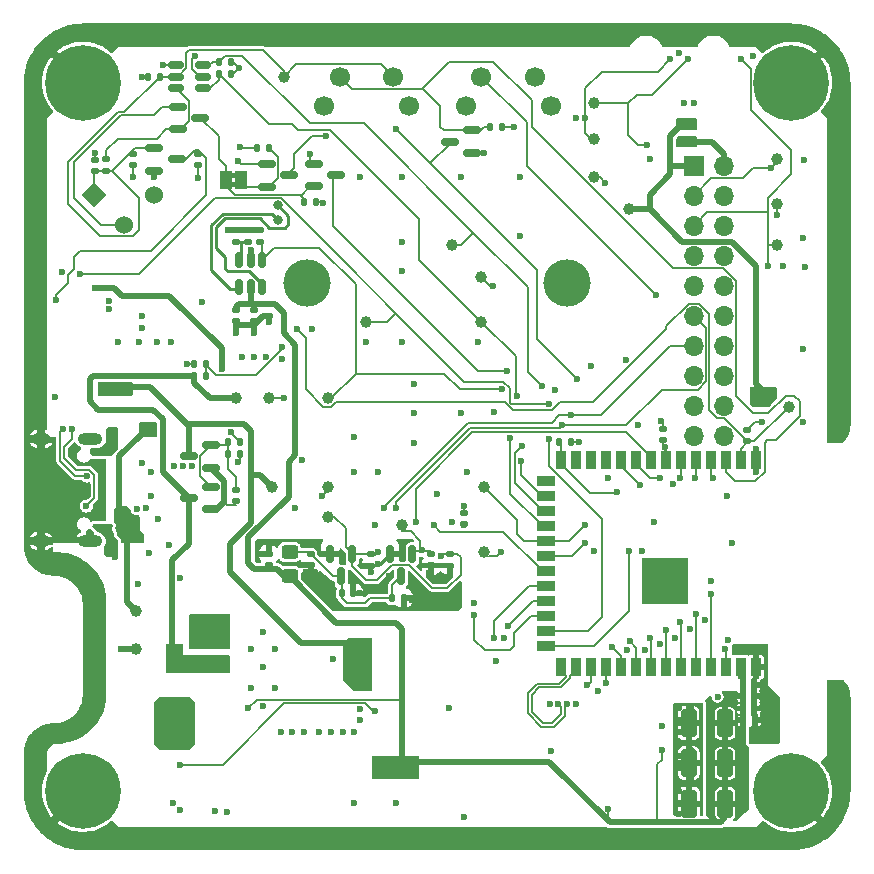
<source format=gbl>
%TF.GenerationSoftware,KiCad,Pcbnew,7.0.9*%
%TF.CreationDate,2024-01-10T01:47:21-08:00*%
%TF.ProjectId,ai-camera-rev3.1,61692d63-616d-4657-9261-2d726576332e,rev3.1*%
%TF.SameCoordinates,PX5a995c0PY2aea540*%
%TF.FileFunction,Copper,L4,Bot*%
%TF.FilePolarity,Positive*%
%FSLAX46Y46*%
G04 Gerber Fmt 4.6, Leading zero omitted, Abs format (unit mm)*
G04 Created by KiCad (PCBNEW 7.0.9) date 2024-01-10 01:47:21*
%MOMM*%
%LPD*%
G01*
G04 APERTURE LIST*
G04 Aperture macros list*
%AMRoundRect*
0 Rectangle with rounded corners*
0 $1 Rounding radius*
0 $2 $3 $4 $5 $6 $7 $8 $9 X,Y pos of 4 corners*
0 Add a 4 corners polygon primitive as box body*
4,1,4,$2,$3,$4,$5,$6,$7,$8,$9,$2,$3,0*
0 Add four circle primitives for the rounded corners*
1,1,$1+$1,$2,$3*
1,1,$1+$1,$4,$5*
1,1,$1+$1,$6,$7*
1,1,$1+$1,$8,$9*
0 Add four rect primitives between the rounded corners*
20,1,$1+$1,$2,$3,$4,$5,0*
20,1,$1+$1,$4,$5,$6,$7,0*
20,1,$1+$1,$6,$7,$8,$9,0*
20,1,$1+$1,$8,$9,$2,$3,0*%
%AMRotRect*
0 Rectangle, with rotation*
0 The origin of the aperture is its center*
0 $1 length*
0 $2 width*
0 $3 Rotation angle, in degrees counterclockwise*
0 Add horizontal line*
21,1,$1,$2,0,0,$3*%
G04 Aperture macros list end*
%TA.AperFunction,ComponentPad*%
%ADD10C,3.600000*%
%TD*%
%TA.AperFunction,ConnectorPad*%
%ADD11C,6.400000*%
%TD*%
%TA.AperFunction,WasherPad*%
%ADD12C,4.000000*%
%TD*%
%TA.AperFunction,WasherPad*%
%ADD13C,1.700000*%
%TD*%
%TA.AperFunction,ComponentPad*%
%ADD14C,1.700000*%
%TD*%
%TA.AperFunction,ComponentPad*%
%ADD15C,0.800000*%
%TD*%
%TA.AperFunction,ComponentPad*%
%ADD16RotRect,1.524000X1.524000X45.000000*%
%TD*%
%TA.AperFunction,ComponentPad*%
%ADD17C,1.524000*%
%TD*%
%TA.AperFunction,ComponentPad*%
%ADD18R,1.700000X1.700000*%
%TD*%
%TA.AperFunction,ComponentPad*%
%ADD19O,1.700000X1.700000*%
%TD*%
%TA.AperFunction,ComponentPad*%
%ADD20O,2.100000X1.000000*%
%TD*%
%TA.AperFunction,ComponentPad*%
%ADD21O,1.600000X1.000000*%
%TD*%
%TA.AperFunction,SMDPad,CuDef*%
%ADD22RoundRect,0.150000X-0.587500X-0.150000X0.587500X-0.150000X0.587500X0.150000X-0.587500X0.150000X0*%
%TD*%
%TA.AperFunction,SMDPad,CuDef*%
%ADD23RoundRect,0.250000X0.412500X0.925000X-0.412500X0.925000X-0.412500X-0.925000X0.412500X-0.925000X0*%
%TD*%
%TA.AperFunction,SMDPad,CuDef*%
%ADD24C,1.000000*%
%TD*%
%TA.AperFunction,SMDPad,CuDef*%
%ADD25RoundRect,0.135000X0.135000X0.185000X-0.135000X0.185000X-0.135000X-0.185000X0.135000X-0.185000X0*%
%TD*%
%TA.AperFunction,SMDPad,CuDef*%
%ADD26RoundRect,0.140000X0.170000X-0.140000X0.170000X0.140000X-0.170000X0.140000X-0.170000X-0.140000X0*%
%TD*%
%TA.AperFunction,SMDPad,CuDef*%
%ADD27R,0.900000X1.500000*%
%TD*%
%TA.AperFunction,SMDPad,CuDef*%
%ADD28R,1.500000X0.900000*%
%TD*%
%TA.AperFunction,SMDPad,CuDef*%
%ADD29R,3.900000X3.900000*%
%TD*%
%TA.AperFunction,SMDPad,CuDef*%
%ADD30RoundRect,0.135000X-0.185000X0.135000X-0.185000X-0.135000X0.185000X-0.135000X0.185000X0.135000X0*%
%TD*%
%TA.AperFunction,SMDPad,CuDef*%
%ADD31RoundRect,0.140000X-0.140000X-0.170000X0.140000X-0.170000X0.140000X0.170000X-0.140000X0.170000X0*%
%TD*%
%TA.AperFunction,SMDPad,CuDef*%
%ADD32RoundRect,0.150000X0.587500X0.150000X-0.587500X0.150000X-0.587500X-0.150000X0.587500X-0.150000X0*%
%TD*%
%TA.AperFunction,SMDPad,CuDef*%
%ADD33RoundRect,0.140000X-0.170000X0.140000X-0.170000X-0.140000X0.170000X-0.140000X0.170000X0.140000X0*%
%TD*%
%TA.AperFunction,SMDPad,CuDef*%
%ADD34RoundRect,0.140000X0.140000X0.170000X-0.140000X0.170000X-0.140000X-0.170000X0.140000X-0.170000X0*%
%TD*%
%TA.AperFunction,SMDPad,CuDef*%
%ADD35RoundRect,0.150000X-0.150000X0.587500X-0.150000X-0.587500X0.150000X-0.587500X0.150000X0.587500X0*%
%TD*%
%TA.AperFunction,SMDPad,CuDef*%
%ADD36RoundRect,0.135000X-0.135000X-0.185000X0.135000X-0.185000X0.135000X0.185000X-0.135000X0.185000X0*%
%TD*%
%TA.AperFunction,SMDPad,CuDef*%
%ADD37R,1.000000X1.500000*%
%TD*%
%TA.AperFunction,SMDPad,CuDef*%
%ADD38RoundRect,0.150000X0.512500X0.150000X-0.512500X0.150000X-0.512500X-0.150000X0.512500X-0.150000X0*%
%TD*%
%TA.AperFunction,SMDPad,CuDef*%
%ADD39RoundRect,0.135000X0.185000X-0.135000X0.185000X0.135000X-0.185000X0.135000X-0.185000X-0.135000X0*%
%TD*%
%TA.AperFunction,SMDPad,CuDef*%
%ADD40RoundRect,0.150000X-0.150000X0.512500X-0.150000X-0.512500X0.150000X-0.512500X0.150000X0.512500X0*%
%TD*%
%TA.AperFunction,SMDPad,CuDef*%
%ADD41RoundRect,0.250000X0.450000X-0.325000X0.450000X0.325000X-0.450000X0.325000X-0.450000X-0.325000X0*%
%TD*%
%TA.AperFunction,ViaPad*%
%ADD42C,0.600000*%
%TD*%
%TA.AperFunction,Conductor*%
%ADD43C,0.127000*%
%TD*%
%TA.AperFunction,Conductor*%
%ADD44C,0.500000*%
%TD*%
%TA.AperFunction,Conductor*%
%ADD45C,0.250000*%
%TD*%
%TA.AperFunction,Conductor*%
%ADD46C,0.203200*%
%TD*%
%TA.AperFunction,Conductor*%
%ADD47C,0.200000*%
%TD*%
G04 APERTURE END LIST*
%TA.AperFunction,EtchedComponent*%
G36*
X18000000Y-13050000D02*
G01*
X17500000Y-13050000D01*
X17500000Y-12650000D01*
X18000000Y-12650000D01*
X18000000Y-13050000D01*
G37*
%TD.AperFunction*%
%TA.AperFunction,EtchedComponent*%
G36*
X18000000Y-13850000D02*
G01*
X17500000Y-13850000D01*
X17500000Y-13450000D01*
X18000000Y-13450000D01*
X18000000Y-13850000D01*
G37*
%TD.AperFunction*%
D10*
X5000000Y-65000000D03*
D11*
X5000000Y-65000000D03*
D10*
X5000000Y-5000000D03*
D11*
X5000000Y-5000000D03*
D12*
X24000000Y-22000000D03*
X46000000Y-22000000D03*
D13*
X44600000Y-7000000D03*
X37400000Y-7000000D03*
D14*
X43250000Y-4500000D03*
X38750000Y-4500000D03*
D13*
X32600000Y-7000000D03*
X25400000Y-7000000D03*
D14*
X31250000Y-4500000D03*
X26750000Y-4500000D03*
D15*
X21500000Y-16625000D03*
X21500000Y-15375000D03*
D16*
X5960000Y-14500000D03*
D17*
X8500000Y-17040000D03*
X11040000Y-14500000D03*
D10*
X65000000Y-5000000D03*
D11*
X65000000Y-5000000D03*
D18*
X56725000Y-12075000D03*
D19*
X59265000Y-12075000D03*
X56725000Y-14615000D03*
X59265000Y-14615000D03*
X56725000Y-17155000D03*
X59265000Y-17155000D03*
X56725000Y-19695000D03*
X59265000Y-19695000D03*
X56725000Y-22235000D03*
X59265000Y-22235000D03*
X56725000Y-24775000D03*
X59265000Y-24775000D03*
X56725000Y-27315000D03*
X59265000Y-27315000D03*
X56725000Y-29855000D03*
X59265000Y-29855000D03*
X56725000Y-32395000D03*
X59265000Y-32395000D03*
X56725000Y-34935000D03*
X59265000Y-34935000D03*
D20*
X5630000Y-35180000D03*
D21*
X1450000Y-35180000D03*
D20*
X5630000Y-43820000D03*
D21*
X1450000Y-43820000D03*
D10*
X65000000Y-65000000D03*
D11*
X65000000Y-65000000D03*
D22*
X20562500Y-13810000D03*
X20562500Y-11910000D03*
X22437500Y-12860000D03*
D23*
X59375000Y-62637500D03*
X56300000Y-62637500D03*
D24*
X25750000Y-31750000D03*
D25*
X15430000Y-28870000D03*
X14410000Y-28870000D03*
D24*
X9500000Y-53000000D03*
D26*
X61250000Y-35390000D03*
X61250000Y-34430000D03*
D27*
X61980000Y-54480000D03*
X60710000Y-54480000D03*
X59440000Y-54480000D03*
X58170000Y-54480000D03*
X56900000Y-54480000D03*
X55630000Y-54480000D03*
X54360000Y-54480000D03*
X53090000Y-54480000D03*
X51820000Y-54480000D03*
X50550000Y-54480000D03*
X49280000Y-54480000D03*
X48010000Y-54480000D03*
X46740000Y-54480000D03*
X45470000Y-54480000D03*
D28*
X44220000Y-52715000D03*
X44220000Y-51445000D03*
X44220000Y-50175000D03*
X44220000Y-48905000D03*
X44220000Y-47635000D03*
X44220000Y-46365000D03*
X44220000Y-45095000D03*
X44220000Y-43825000D03*
X44220000Y-42555000D03*
X44220000Y-41285000D03*
X44220000Y-40015000D03*
X44220000Y-38745000D03*
D27*
X45470000Y-36980000D03*
X46740000Y-36980000D03*
X48010000Y-36980000D03*
X49280000Y-36980000D03*
X50550000Y-36980000D03*
X51820000Y-36980000D03*
X53090000Y-36980000D03*
X54360000Y-36980000D03*
X55630000Y-36980000D03*
X56900000Y-36980000D03*
X58170000Y-36980000D03*
X59440000Y-36980000D03*
X60710000Y-36980000D03*
X61980000Y-36980000D03*
D15*
X53560000Y-48630000D03*
X54960000Y-48630000D03*
X52860000Y-47930000D03*
X54260000Y-47930000D03*
X55660000Y-47930000D03*
X53560000Y-47230000D03*
D29*
X54260000Y-47230000D03*
D15*
X54960000Y-47230000D03*
X52860000Y-46530000D03*
X54260000Y-46530000D03*
X55660000Y-46530000D03*
X53560000Y-45830000D03*
X54960000Y-45830000D03*
D24*
X25750000Y-39250000D03*
D26*
X18000000Y-18480000D03*
X18000000Y-17520000D03*
X19500000Y-25230000D03*
X19500000Y-24270000D03*
X37236400Y-42418000D03*
X37236400Y-41458000D03*
D24*
X39000000Y-39250000D03*
D30*
X20000000Y-17490000D03*
X20000000Y-18510000D03*
D24*
X51250000Y-15750000D03*
D26*
X14750000Y-11980000D03*
X14750000Y-11020000D03*
X18000000Y-25230000D03*
X18000000Y-24270000D03*
D31*
X60895000Y-56975000D03*
X61855000Y-56975000D03*
D32*
X15837500Y-39210000D03*
X15837500Y-41110000D03*
X13962500Y-40160000D03*
D26*
X6000000Y-12480000D03*
X6000000Y-11520000D03*
D33*
X29413200Y-44941900D03*
X29413200Y-45901900D03*
D25*
X40510000Y-8750000D03*
X39490000Y-8750000D03*
D34*
X11500000Y-4500000D03*
X10540000Y-4500000D03*
D23*
X59387500Y-66050000D03*
X56312500Y-66050000D03*
D24*
X22000000Y-4500000D03*
D35*
X30990200Y-44934900D03*
X32890200Y-44934900D03*
X31940200Y-46809900D03*
D24*
X48250000Y-6750000D03*
X63750000Y-11500000D03*
D34*
X46300000Y-35440000D03*
X45340000Y-35440000D03*
D26*
X20726400Y-45878800D03*
X20726400Y-44918800D03*
D25*
X17510000Y-3250000D03*
X16490000Y-3250000D03*
D36*
X19740000Y-10570000D03*
X20760000Y-10570000D03*
D26*
X20750000Y-24730000D03*
X20750000Y-23770000D03*
D22*
X11062500Y-12450000D03*
X11062500Y-10550000D03*
X12937500Y-11500000D03*
D31*
X60895000Y-55975000D03*
X61855000Y-55975000D03*
D24*
X9500000Y-49750000D03*
D37*
X17100000Y-13250000D03*
X18400000Y-13250000D03*
D22*
X13062500Y-8950000D03*
X13062500Y-7050000D03*
X14937500Y-8000000D03*
D38*
X15137500Y-3550000D03*
X15137500Y-4500000D03*
X15137500Y-5450000D03*
X12862500Y-5450000D03*
X12862500Y-4500000D03*
X12862500Y-3550000D03*
D25*
X17510000Y-4250000D03*
X16490000Y-4250000D03*
D24*
X64750000Y-32500000D03*
D33*
X24282400Y-44918800D03*
X24282400Y-45878800D03*
D24*
X36250000Y-18750000D03*
X18000000Y-31750000D03*
D36*
X17310000Y-36460000D03*
X18330000Y-36460000D03*
D39*
X7000000Y-12510000D03*
X7000000Y-11490000D03*
D25*
X18330000Y-35450000D03*
X17310000Y-35450000D03*
D31*
X60920000Y-59000000D03*
X61880000Y-59000000D03*
X31206200Y-48666400D03*
X32166200Y-48666400D03*
D24*
X63750000Y-15250000D03*
D33*
X9250000Y-11020000D03*
X9250000Y-11980000D03*
X54102000Y-34346000D03*
X54102000Y-35306000D03*
D31*
X60895000Y-58000000D03*
X61855000Y-58000000D03*
X26952000Y-48260000D03*
X27912000Y-48260000D03*
D24*
X38750000Y-21500000D03*
X29000000Y-25250000D03*
D26*
X19000000Y-18480000D03*
X19000000Y-17520000D03*
D23*
X59362500Y-59250000D03*
X56287500Y-59250000D03*
D40*
X18250000Y-20062500D03*
X19200000Y-20062500D03*
X20150000Y-20062500D03*
X20150000Y-22337500D03*
X19200000Y-22337500D03*
X18250000Y-22337500D03*
D32*
X37937500Y-9050000D03*
X37937500Y-10950000D03*
X36062500Y-10000000D03*
D41*
X22504400Y-46795800D03*
X22504400Y-44745800D03*
D24*
X63750000Y-18750000D03*
X25750000Y-41750000D03*
X20750000Y-31750000D03*
D33*
X34512200Y-44932900D03*
X34512200Y-45892900D03*
D24*
X48250000Y-9750000D03*
D25*
X24740000Y-15150000D03*
X23720000Y-15150000D03*
D24*
X39000000Y-44750000D03*
D33*
X18000000Y-39480000D03*
X18000000Y-40440000D03*
X36068000Y-44935200D03*
X36068000Y-45895200D03*
D35*
X25923200Y-44934900D03*
X27823200Y-44934900D03*
X26873200Y-46809900D03*
D22*
X24562500Y-13800000D03*
X24562500Y-11900000D03*
X26437500Y-12850000D03*
D24*
X48250000Y-13000000D03*
X21000000Y-39250000D03*
X38750000Y-25250000D03*
D36*
X14410000Y-29880000D03*
X15430000Y-29880000D03*
D24*
X32000000Y-42500000D03*
D32*
X15837500Y-35700000D03*
X15837500Y-37600000D03*
X13962500Y-36650000D03*
D42*
X58740000Y-57010000D03*
X28500000Y-59000000D03*
X6000000Y-11000000D03*
X39850000Y-32870000D03*
X28469205Y-58050000D03*
X11750000Y-3500000D03*
X13500000Y-37500000D03*
X22000000Y-31750000D03*
X26000000Y-60000000D03*
X11800000Y-59400000D03*
X64250000Y-20500000D03*
X62500000Y-57000000D03*
X56500000Y-64000000D03*
X10350000Y-41025000D03*
X53000000Y-11500000D03*
X37000000Y-33000000D03*
X33000000Y-30500000D03*
X51000000Y-28500000D03*
X18250000Y-3750000D03*
X32896917Y-48779083D03*
X11000000Y-13000000D03*
X55500000Y-66925500D03*
X55500000Y-2500000D03*
X59584483Y-52218483D03*
X17250000Y-17500000D03*
X10000000Y-37250000D03*
X20500000Y-28250000D03*
X28000000Y-60000000D03*
X13249500Y-46990000D03*
X48650000Y-56550000D03*
X24638000Y-46440000D03*
X60000000Y-44000000D03*
X7300000Y-43575000D03*
X12725000Y-60775000D03*
X66000000Y-33750000D03*
X10621692Y-44835022D03*
X63000000Y-56500000D03*
X20250000Y-57767600D03*
X19500000Y-26250000D03*
X8000000Y-27000000D03*
X17025000Y-51500000D03*
X57658000Y-50546000D03*
X55118000Y-52070000D03*
X20088035Y-44911965D03*
X51054000Y-53086000D03*
X18500000Y-28250000D03*
X62500000Y-56000000D03*
X56500000Y-58000000D03*
X7234026Y-24150065D03*
X2625000Y-31650000D03*
X29750000Y-42500000D03*
X19500000Y-28250000D03*
X65975000Y-18125000D03*
X12610000Y-65980000D03*
X7475000Y-35500000D03*
X55000000Y-39000000D03*
X15900000Y-50600000D03*
X62353000Y-52983229D03*
X3240938Y-21030000D03*
X32000000Y-18500000D03*
X52324000Y-44704000D03*
X42000000Y-18000000D03*
X10000000Y-24750000D03*
X11800000Y-60325000D03*
X32000000Y-13000000D03*
X22750000Y-60000000D03*
X55500000Y-59000000D03*
X33000000Y-35500000D03*
X49250000Y-13500000D03*
X63000000Y-57500000D03*
X21000000Y-44000000D03*
X10750000Y-40000000D03*
X46999146Y-35422111D03*
X55500000Y-58000000D03*
X52578000Y-53086000D03*
X41500000Y-8750000D03*
X11250000Y-27000000D03*
X14800000Y-50600000D03*
X40000000Y-54000000D03*
X55906500Y-6750000D03*
X9700000Y-47450000D03*
X11800000Y-57750000D03*
X20250000Y-54500000D03*
X35306000Y-46882000D03*
X18100000Y-11625000D03*
X16200000Y-66700000D03*
X60250000Y-53000000D03*
X9750000Y-27000000D03*
X28000000Y-66000000D03*
X7700000Y-45200000D03*
X39750000Y-22250000D03*
X28000000Y-35000000D03*
X65950000Y-27525000D03*
X45000000Y-31000000D03*
X46750000Y-57650000D03*
X25300000Y-15160000D03*
X29000000Y-27000000D03*
X28448000Y-48260000D03*
X14900000Y-52300000D03*
X48250000Y-44629123D03*
X62500000Y-59000000D03*
X62500000Y-58000000D03*
X31500000Y-66000000D03*
X24384000Y-25908000D03*
X21250000Y-53000000D03*
X55500000Y-65000000D03*
X55500000Y-62000000D03*
X28000000Y-38000000D03*
X8250000Y-53000000D03*
X12500000Y-27000000D03*
X20102600Y-44000000D03*
X40443828Y-44750863D03*
X36250000Y-42250000D03*
X38110000Y-49070000D03*
X13800000Y-28860000D03*
X55500000Y-66000000D03*
X35020000Y-39870000D03*
X17200000Y-66750000D03*
X30000000Y-38000000D03*
X14500000Y-2750000D03*
X29413200Y-46440000D03*
X33000000Y-33000000D03*
X37500000Y-38000000D03*
X12750000Y-37500000D03*
X9600000Y-41075000D03*
X56750000Y-6750000D03*
X7475000Y-34625000D03*
X15110000Y-23580000D03*
X37000000Y-13000000D03*
X46750000Y-8000000D03*
X23000000Y-41000000D03*
X59500000Y-40000000D03*
X12306655Y-44180096D03*
X13225000Y-66575000D03*
X19250000Y-56250000D03*
X10000000Y-4500000D03*
X53990000Y-33650000D03*
X26390000Y-44890000D03*
X62000000Y-36000000D03*
X23750000Y-60000000D03*
X10750000Y-38000000D03*
X66025000Y-11550000D03*
X27000000Y-60000000D03*
X9250000Y-13000000D03*
X42000000Y-13000000D03*
X58166000Y-47244000D03*
X37290000Y-67200000D03*
X55500000Y-60000000D03*
X55500000Y-63000000D03*
X49500000Y-38500000D03*
X56500000Y-61500000D03*
X44525000Y-57650000D03*
X18173800Y-37155053D03*
X63750000Y-16250000D03*
X48000000Y-29000000D03*
X25250000Y-40000000D03*
X23876000Y-46440000D03*
X21250000Y-56250000D03*
X61750000Y-2750000D03*
X62500000Y-33750000D03*
X25000000Y-60000000D03*
X20250000Y-51500000D03*
X10000000Y-25750000D03*
X11825000Y-58550000D03*
X7229838Y-23485458D03*
X30930000Y-46790000D03*
X18000000Y-26250000D03*
X14750000Y-13126576D03*
X29993492Y-45755995D03*
X36000000Y-58000000D03*
X62000000Y-37000000D03*
X39000000Y-11000000D03*
X54000000Y-59500000D03*
X20750000Y-25250000D03*
X40700000Y-52050000D03*
X52000000Y-34000000D03*
X36068000Y-46440000D03*
X21844000Y-28448000D03*
X21750000Y-60000000D03*
X37250000Y-40825000D03*
X24260000Y-11050000D03*
X38500000Y-27000000D03*
X14250000Y-37500000D03*
X28500000Y-13000000D03*
X34280000Y-46530000D03*
X32000000Y-27000000D03*
X56388000Y-51308000D03*
X23539191Y-36987921D03*
X61000000Y-53000000D03*
X53848000Y-52578000D03*
X18300000Y-10500000D03*
X32000000Y-21000000D03*
X7300000Y-44450000D03*
X53350000Y-42199998D03*
X11350000Y-41925000D03*
X19200000Y-19200000D03*
X66125000Y-20650000D03*
X19250000Y-53000000D03*
X26162000Y-53806000D03*
X44610000Y-61620000D03*
X15900000Y-52300000D03*
X62000000Y-38000000D03*
X69000000Y-29000000D03*
X20000000Y-69000000D03*
X30000000Y-1000000D03*
X20000000Y-1000000D03*
X1000000Y-29000000D03*
X41000000Y-69000000D03*
X41000000Y-1000000D03*
X10000000Y-69000000D03*
X1000000Y-40000000D03*
X6000000Y-56000000D03*
X6000000Y-49000000D03*
X10000000Y-1000000D03*
X50000000Y-69000000D03*
X30000000Y-69000000D03*
X69000000Y-9000000D03*
X1000000Y-62000000D03*
X60000000Y-1000000D03*
X50000000Y-1000000D03*
X69000000Y-59000000D03*
X1000000Y-9000000D03*
X69000000Y-19000000D03*
X1000000Y-19000000D03*
X60000000Y-69000000D03*
X29000000Y-54000000D03*
X8685000Y-30745000D03*
X6815000Y-30715000D03*
X56500000Y-10000000D03*
X28200000Y-52450000D03*
X29000000Y-55000000D03*
X29000000Y-56000000D03*
X7795000Y-30725000D03*
X55750000Y-10000000D03*
X2730000Y-23438550D03*
X29000000Y-53000000D03*
X15750000Y-54500000D03*
X14850000Y-54450000D03*
X14000000Y-54500000D03*
X12680000Y-53500000D03*
X61000000Y-63500000D03*
X55750000Y-8500000D03*
X33000000Y-62500000D03*
X54000000Y-61500000D03*
X49470000Y-66530000D03*
X63000000Y-32250000D03*
X61000000Y-62500000D03*
X33020000Y-63458000D03*
X32004000Y-63458000D03*
X19000000Y-58000000D03*
X62250000Y-32250000D03*
X32000000Y-62500000D03*
X63000000Y-31500000D03*
X56500000Y-8500000D03*
X62250000Y-31500000D03*
X61000000Y-61625000D03*
X50249992Y-39647776D03*
X60750000Y-3000000D03*
X63000000Y-20500000D03*
X59410000Y-54770000D03*
X59385200Y-52933600D03*
X63250000Y-12250000D03*
X54250000Y-35840000D03*
X53500000Y-23000000D03*
X35353517Y-45046483D03*
X30030000Y-44710000D03*
X33680000Y-44600000D03*
X51308000Y-52324000D03*
X37250000Y-42500000D03*
X11000000Y-34750000D03*
X8100000Y-41300000D03*
X10000000Y-34728358D03*
X8050000Y-42750000D03*
X8075000Y-42025000D03*
X45261500Y-57650000D03*
X45988500Y-57650000D03*
X56250000Y-3000000D03*
X58369200Y-38455600D03*
X52750000Y-10250000D03*
X47500000Y-8000000D03*
X54750000Y-3000000D03*
X56794400Y-38455600D03*
X52140000Y-39050000D03*
X53860000Y-38500000D03*
X58216800Y-48310800D03*
X56946800Y-49987200D03*
X55575200Y-50647600D03*
X54356000Y-51358800D03*
X53035200Y-52070000D03*
X49784000Y-52832000D03*
X49276000Y-55829200D03*
X47720000Y-56050000D03*
X34750000Y-42500000D03*
X33223200Y-42250000D03*
X38130000Y-50110000D03*
X40993594Y-51056006D03*
X39776400Y-52019200D03*
X51206400Y-44704000D03*
X45590002Y-34036000D03*
X31500000Y-41000000D03*
X30500000Y-41000000D03*
X47500000Y-44000000D03*
X46320000Y-33150000D03*
X6025971Y-22366501D03*
X16750000Y-29250000D03*
X3346394Y-34305199D03*
X5358517Y-38311483D03*
X47500000Y-42500000D03*
X5290000Y-40860000D03*
X4070000Y-34370000D03*
X23114000Y-25908000D03*
X21844000Y-27432000D03*
X43850000Y-38630000D03*
X43850000Y-30690000D03*
X41780000Y-31510000D03*
X41200000Y-35110000D03*
X55570000Y-38490000D03*
X42090000Y-37010000D03*
X40480000Y-30970000D03*
X4720000Y-21250000D03*
X44480000Y-32220000D03*
X44490000Y-35160000D03*
X40880000Y-29460000D03*
X42160000Y-35780000D03*
X25600000Y-9500000D03*
X46820000Y-30080000D03*
X13250000Y-62790000D03*
X29750000Y-58190000D03*
X31500000Y-8900000D03*
X17580000Y-34570000D03*
D43*
X40510000Y-8750000D02*
X41500000Y-8750000D01*
X6000000Y-11520000D02*
X6000000Y-11000000D01*
D44*
X19500000Y-25500000D02*
X20270000Y-24730000D01*
D43*
X25290000Y-15150000D02*
X25300000Y-15160000D01*
X62000000Y-38000000D02*
X62000000Y-37000000D01*
X40074691Y-45120000D02*
X40443828Y-44750863D01*
X32461200Y-48836200D02*
X32518317Y-48779083D01*
X11062500Y-12450000D02*
X11062500Y-12937500D01*
X20750000Y-31750000D02*
X22000000Y-31750000D01*
X11800000Y-3550000D02*
X11750000Y-3500000D01*
X36068000Y-46190200D02*
X36068000Y-46440000D01*
X37236400Y-40838600D02*
X37250000Y-40825000D01*
X61250000Y-34430000D02*
X61930000Y-33750000D01*
X39370000Y-45120000D02*
X40074691Y-45120000D01*
X25968100Y-44890000D02*
X26390000Y-44890000D01*
D44*
X18000000Y-25525000D02*
X18000000Y-26250000D01*
D43*
X25750000Y-39500000D02*
X25250000Y-40000000D01*
X18330000Y-36998853D02*
X18173800Y-37155053D01*
X38750000Y-21500000D02*
X39500000Y-22250000D01*
D44*
X20000000Y-17490000D02*
X18030000Y-17490000D01*
D43*
X20302500Y-11910000D02*
X18385000Y-11910000D01*
D44*
X9500000Y-53000000D02*
X8250000Y-53000000D01*
D43*
X48750000Y-13000000D02*
X49250000Y-13500000D01*
X17510000Y-3250000D02*
X17750000Y-3250000D01*
X46981257Y-35440000D02*
X46999146Y-35422111D01*
D44*
X20270000Y-24730000D02*
X20750000Y-24730000D01*
D43*
X37937500Y-10950000D02*
X38950000Y-10950000D01*
X12862500Y-3550000D02*
X11800000Y-3550000D01*
X18370000Y-10570000D02*
X18300000Y-10500000D01*
X24260000Y-11887500D02*
X24260000Y-11050000D01*
X24740000Y-15150000D02*
X25290000Y-15150000D01*
D44*
X18000000Y-17520000D02*
X17270000Y-17520000D01*
X19200000Y-20062500D02*
X19200000Y-19200000D01*
D43*
X39500000Y-22250000D02*
X39750000Y-22250000D01*
D44*
X19500000Y-25525000D02*
X19500000Y-26250000D01*
D43*
X14410000Y-28870000D02*
X13810000Y-28870000D01*
X13810000Y-28870000D02*
X13800000Y-28860000D01*
D44*
X20750000Y-24730000D02*
X20750000Y-25250000D01*
D43*
X37236400Y-41458000D02*
X37236400Y-40838600D01*
D44*
X17270000Y-17520000D02*
X17250000Y-17500000D01*
D43*
X10540000Y-4500000D02*
X10000000Y-4500000D01*
X14750000Y-13126576D02*
X14750000Y-12275000D01*
X29413200Y-46440000D02*
X29413200Y-46196900D01*
D44*
X19500000Y-25525000D02*
X19500000Y-25500000D01*
D43*
X29859487Y-45890000D02*
X29720100Y-45890000D01*
X18330000Y-36460000D02*
X18330000Y-36998853D01*
X27912000Y-48260000D02*
X28448000Y-48260000D01*
X18385000Y-11910000D02*
X18100000Y-11625000D01*
X14284500Y-2965500D02*
X14500000Y-2750000D01*
X54102000Y-34346000D02*
X54102000Y-33762000D01*
X17750000Y-4250000D02*
X18250000Y-3750000D01*
X14943460Y-4500000D02*
X14284500Y-3841040D01*
X32518317Y-48779083D02*
X32896917Y-48779083D01*
X14284500Y-3841040D02*
X14284500Y-2965500D01*
X9250000Y-12275000D02*
X9250000Y-13000000D01*
X11062500Y-12937500D02*
X11000000Y-13000000D01*
X61930000Y-33750000D02*
X62500000Y-33750000D01*
X29993492Y-45755995D02*
X29859487Y-45890000D01*
X17510000Y-4250000D02*
X17750000Y-4250000D01*
X63750000Y-15250000D02*
X63750000Y-16250000D01*
X17750000Y-3250000D02*
X18250000Y-3750000D01*
D45*
X30169105Y-45755995D02*
X30990200Y-44934900D01*
D44*
X18000000Y-25525000D02*
X19500000Y-25525000D01*
D43*
X34512200Y-46440000D02*
X34512200Y-46187900D01*
D45*
X29993492Y-45755995D02*
X30169105Y-45755995D01*
D43*
X46300000Y-35440000D02*
X46981257Y-35440000D01*
X19740000Y-10570000D02*
X18370000Y-10570000D01*
X54102000Y-33762000D02*
X53990000Y-33650000D01*
D44*
X62000000Y-36000000D02*
X62000000Y-38000000D01*
D43*
X38950000Y-10950000D02*
X39000000Y-11000000D01*
D46*
X13750000Y-11500000D02*
X12937500Y-11500000D01*
X2730000Y-23438550D02*
X2730000Y-23020000D01*
X15453600Y-14546400D02*
X15453600Y-11428600D01*
X3750000Y-21268492D02*
X4250000Y-20768492D01*
D44*
X19230000Y-34480000D02*
X19230000Y-34730000D01*
X10665000Y-30745000D02*
X13880000Y-33960000D01*
X23450000Y-52450000D02*
X28200000Y-52450000D01*
X59265000Y-11015000D02*
X59265000Y-12075000D01*
X13880000Y-33960000D02*
X13947000Y-33893000D01*
D46*
X13880000Y-33960000D02*
X13880000Y-36567500D01*
X14750000Y-10725000D02*
X14525000Y-10725000D01*
X3750000Y-22000000D02*
X3750000Y-21268492D01*
D44*
X18643000Y-33893000D02*
X19230000Y-34480000D01*
D46*
X4250000Y-19750000D02*
X4750000Y-19250000D01*
X10750000Y-19250000D02*
X15453600Y-14546400D01*
D44*
X13947000Y-33893000D02*
X18643000Y-33893000D01*
D46*
X2730000Y-23020000D02*
X3750000Y-22000000D01*
D44*
X19230000Y-38250000D02*
X20000000Y-38250000D01*
X8685000Y-30745000D02*
X10665000Y-30745000D01*
X56500000Y-10000000D02*
X58250000Y-10000000D01*
X19230000Y-42270000D02*
X17430000Y-44070000D01*
X17430000Y-46430000D02*
X23450000Y-52450000D01*
X20000000Y-38250000D02*
X21000000Y-39250000D01*
X19230000Y-38250000D02*
X19230000Y-42270000D01*
X19230000Y-34730000D02*
X19230000Y-38250000D01*
X17430000Y-44070000D02*
X17430000Y-46430000D01*
X58250000Y-10000000D02*
X59265000Y-11015000D01*
D46*
X4250000Y-20768492D02*
X4250000Y-19750000D01*
X13880000Y-33960000D02*
X10635000Y-30715000D01*
X4750000Y-19250000D02*
X10750000Y-19250000D01*
X15453600Y-11428600D02*
X14750000Y-10725000D01*
D44*
X13962500Y-34042500D02*
X13880000Y-33960000D01*
D46*
X10635000Y-30715000D02*
X6815000Y-30715000D01*
X14525000Y-10725000D02*
X13750000Y-11500000D01*
D44*
X13962500Y-36650000D02*
X13962500Y-34042500D01*
X11771288Y-37968788D02*
X13962500Y-40160000D01*
X14410000Y-30410000D02*
X15750000Y-31750000D01*
X11771288Y-33521288D02*
X11771288Y-37968788D01*
X15750000Y-31750000D02*
X18000000Y-31750000D01*
X12573000Y-53393000D02*
X12573000Y-45427000D01*
X13962500Y-44037500D02*
X13962500Y-40160000D01*
X5625000Y-30125000D02*
X5625000Y-31995000D01*
X12573000Y-45427000D02*
X13962500Y-44037500D01*
X5625000Y-31995000D02*
X6320000Y-32690000D01*
X14410000Y-29880000D02*
X5870000Y-29880000D01*
X14410000Y-29880000D02*
X14410000Y-30410000D01*
X6320000Y-32690000D02*
X10940000Y-32690000D01*
X12680000Y-53500000D02*
X12573000Y-53393000D01*
X5870000Y-29880000D02*
X5625000Y-30125000D01*
X10940000Y-32690000D02*
X11771288Y-33521288D01*
D43*
X6000000Y-12480000D02*
X6970000Y-12480000D01*
X30209500Y-3459500D02*
X31250000Y-4500000D01*
X13990500Y-2259500D02*
X20259500Y-2259500D01*
X11500000Y-4500000D02*
X8504000Y-7496000D01*
X3750000Y-11750000D02*
X3750000Y-15250000D01*
X7000000Y-12510000D02*
X7490000Y-12510000D01*
X13750000Y-2500000D02*
X13990500Y-2259500D01*
X22000000Y-4500000D02*
X23040500Y-3459500D01*
X22000000Y-4000000D02*
X22000000Y-4500000D01*
X8004000Y-7496000D02*
X3750000Y-11750000D01*
X12862500Y-4500000D02*
X11500000Y-4500000D01*
X9425000Y-10550000D02*
X9250000Y-10725000D01*
X6492500Y-17992500D02*
X9257500Y-17992500D01*
X13056540Y-4500000D02*
X13750000Y-3806540D01*
X5960000Y-12520000D02*
X5960000Y-14500000D01*
X3750000Y-15250000D02*
X6492500Y-17992500D01*
X11062500Y-10550000D02*
X9425000Y-10550000D01*
X9750000Y-17500000D02*
X9750000Y-14770000D01*
X7490000Y-12510000D02*
X9250000Y-10750000D01*
X23040500Y-3459500D02*
X30209500Y-3459500D01*
X20259500Y-2259500D02*
X22000000Y-4000000D01*
X8504000Y-7496000D02*
X8004000Y-7496000D01*
X9750000Y-14770000D02*
X7490000Y-12510000D01*
X9257500Y-17992500D02*
X9750000Y-17500000D01*
X9250000Y-10750000D02*
X9250000Y-10725000D01*
X13750000Y-3806540D02*
X13750000Y-2500000D01*
D44*
X56725000Y-12075000D02*
X54825000Y-12075000D01*
D46*
X53630000Y-62720000D02*
X53630000Y-67502500D01*
X32000000Y-57250000D02*
X20500000Y-57250000D01*
D44*
X53730000Y-67602500D02*
X49602500Y-67602500D01*
D46*
X53630000Y-62720000D02*
X54000000Y-62350000D01*
D44*
X55750000Y-8500000D02*
X54750000Y-9500000D01*
X58997500Y-67602500D02*
X53730000Y-67602500D01*
X21270000Y-23770000D02*
X20750000Y-23770000D01*
X59387500Y-66050000D02*
X59387500Y-67212500D01*
X22045800Y-46795800D02*
X21423800Y-46173800D01*
X32000000Y-51250000D02*
X32000000Y-57250000D01*
X54750000Y-9500000D02*
X54750000Y-12000000D01*
D46*
X49470000Y-66530000D02*
X49470000Y-67470000D01*
D44*
X19000000Y-45670000D02*
X19000000Y-43500000D01*
X20750000Y-23770000D02*
X18205000Y-23770000D01*
X53000000Y-14500000D02*
X53000000Y-15750000D01*
X21423800Y-46173800D02*
X19503800Y-46173800D01*
X32000000Y-57250000D02*
X32000000Y-62500000D01*
D46*
X20500000Y-57250000D02*
X20489000Y-57239000D01*
D44*
X23000000Y-27250000D02*
X22000000Y-26250000D01*
D46*
X19761000Y-57239000D02*
X19000000Y-58000000D01*
D44*
X54825000Y-12075000D02*
X54750000Y-12000000D01*
X59387500Y-67212500D02*
X58997500Y-67602500D01*
X54750000Y-12750000D02*
X53000000Y-14500000D01*
X51250000Y-15750000D02*
X53000000Y-15750000D01*
X22000000Y-26250000D02*
X22000000Y-24500000D01*
X63000000Y-31500000D02*
X62000000Y-30500000D01*
X60895000Y-56975000D02*
X60895000Y-57220000D01*
X18205000Y-23770000D02*
X18000000Y-23975000D01*
X23000000Y-36579354D02*
X23000000Y-27250000D01*
X55718000Y-18468000D02*
X53000000Y-15750000D01*
D46*
X20489000Y-57239000D02*
X19761000Y-57239000D01*
D44*
X60895000Y-55975000D02*
X60895000Y-54665000D01*
X59968000Y-18468000D02*
X55718000Y-18468000D01*
X31500000Y-50750000D02*
X32000000Y-51250000D01*
D46*
X53630000Y-67502500D02*
X53730000Y-67602500D01*
D44*
X60895000Y-55975000D02*
X60895000Y-56975000D01*
X19503800Y-46173800D02*
X19000000Y-45670000D01*
X22448000Y-40052000D02*
X22448000Y-37131354D01*
X22504400Y-46795800D02*
X26458600Y-50750000D01*
X22448000Y-37131354D02*
X23000000Y-36579354D01*
D46*
X49470000Y-67470000D02*
X49602500Y-67602500D01*
X54000000Y-61500000D02*
X54000000Y-62350000D01*
D44*
X49602500Y-67602500D02*
X44500000Y-62500000D01*
X22504400Y-46795800D02*
X22045800Y-46795800D01*
X54750000Y-12000000D02*
X54750000Y-12750000D01*
X62000000Y-20500000D02*
X59968000Y-18468000D01*
X19000000Y-43500000D02*
X22448000Y-40052000D01*
X19200000Y-22337500D02*
X19200000Y-23675000D01*
X44500000Y-62500000D02*
X33000000Y-62500000D01*
X26458600Y-50750000D02*
X31500000Y-50750000D01*
X22000000Y-24500000D02*
X21270000Y-23770000D01*
X19200000Y-23675000D02*
X19500000Y-23975000D01*
X62000000Y-30500000D02*
X62000000Y-20500000D01*
D43*
X56725000Y-17155000D02*
X57880000Y-16000000D01*
X63750000Y-18750000D02*
X63000000Y-18750000D01*
X50141269Y-39756499D02*
X50249992Y-39647776D01*
X61609500Y-3859500D02*
X61609500Y-7359500D01*
X65000000Y-10750000D02*
X65000000Y-12750000D01*
X45470000Y-37280000D02*
X47946499Y-39756499D01*
X63000000Y-18750000D02*
X63000000Y-20500000D01*
X47946499Y-39756499D02*
X50141269Y-39756499D01*
X63000000Y-16000000D02*
X63000000Y-18750000D01*
X63000000Y-14750000D02*
X63000000Y-16000000D01*
X61609500Y-7359500D02*
X65000000Y-10750000D01*
X57880000Y-16000000D02*
X63000000Y-16000000D01*
X60750000Y-3000000D02*
X61609500Y-3859500D01*
X65000000Y-12750000D02*
X63000000Y-14750000D01*
X45470000Y-35570000D02*
X45470000Y-36980000D01*
X60884500Y-13115500D02*
X61750000Y-12250000D01*
X63750000Y-11750000D02*
X63250000Y-12250000D01*
X59385200Y-52933600D02*
X59440000Y-52988400D01*
X59440000Y-52988400D02*
X59440000Y-54480000D01*
X58224500Y-13115500D02*
X60884500Y-13115500D01*
X61750000Y-12250000D02*
X63250000Y-12250000D01*
X56725000Y-14615000D02*
X58224500Y-13115500D01*
X42610000Y-12110000D02*
X53500000Y-23000000D01*
X42610000Y-8360000D02*
X42610000Y-12110000D01*
X54102000Y-35642000D02*
X54102000Y-35306000D01*
X54360000Y-36980000D02*
X54360000Y-35900000D01*
X54250000Y-35840000D02*
X54250000Y-36870000D01*
X54360000Y-35900000D02*
X54102000Y-35642000D01*
X38750000Y-4500000D02*
X42610000Y-8360000D01*
D46*
X35464800Y-44935200D02*
X35353517Y-45046483D01*
D43*
X29471300Y-45000000D02*
X29740000Y-45000000D01*
X29866328Y-47160000D02*
X31146328Y-45880000D01*
X36715200Y-44935200D02*
X36068000Y-44935200D01*
X27250000Y-42750000D02*
X27250000Y-44361700D01*
X26250000Y-41750000D02*
X27250000Y-42750000D01*
X27823200Y-44934900D02*
X27823200Y-45973200D01*
X36990000Y-45210000D02*
X36715200Y-44935200D01*
D46*
X36068000Y-44935200D02*
X35464800Y-44935200D01*
D43*
X27250000Y-44361700D02*
X27750000Y-44861700D01*
X29740000Y-45000000D02*
X30030000Y-44710000D01*
X32650000Y-45880000D02*
X34560000Y-47790000D01*
X36990000Y-46660000D02*
X36990000Y-45210000D01*
X31146328Y-45880000D02*
X32650000Y-45880000D01*
X35860000Y-47790000D02*
X36990000Y-46660000D01*
X27823200Y-45973200D02*
X29010000Y-47160000D01*
X25750000Y-41750000D02*
X26250000Y-41750000D01*
X27823200Y-44934900D02*
X29125200Y-44934900D01*
X34560000Y-47790000D02*
X35860000Y-47790000D01*
X29010000Y-47160000D02*
X29866328Y-47160000D01*
X33560000Y-44637900D02*
X33187200Y-44637900D01*
X34512200Y-44637900D02*
X33560000Y-44637900D01*
X33187200Y-44637900D02*
X32890200Y-44934900D01*
X32750000Y-43000000D02*
X32000000Y-43000000D01*
X33560000Y-43810000D02*
X32750000Y-43000000D01*
X33560000Y-44637900D02*
X33560000Y-43810000D01*
X51820000Y-52836000D02*
X51308000Y-52324000D01*
X51820000Y-54480000D02*
X51820000Y-52836000D01*
D44*
X8750000Y-43450000D02*
X8750000Y-49000000D01*
X8050000Y-42750000D02*
X8750000Y-43450000D01*
X8100000Y-36628358D02*
X10000000Y-34728358D01*
X8750000Y-49000000D02*
X9500000Y-49750000D01*
X8100000Y-41300000D02*
X8100000Y-36628358D01*
D47*
X45492724Y-56213500D02*
X43617724Y-56213500D01*
X43617724Y-56213500D02*
X43013500Y-56817724D01*
X45461500Y-57850000D02*
X45261500Y-57650000D01*
X46268500Y-55437724D02*
X45492724Y-56213500D01*
X43013500Y-56817724D02*
X43013500Y-58257276D01*
X45461500Y-58482276D02*
X45461500Y-57850000D01*
X46268500Y-55251500D02*
X46268500Y-55437724D01*
X43967724Y-59211500D02*
X44732276Y-59211500D01*
X46740000Y-54780000D02*
X46268500Y-55251500D01*
X44732276Y-59211500D02*
X45461500Y-58482276D01*
X43013500Y-58257276D02*
X43967724Y-59211500D01*
X43482276Y-55886500D02*
X42686500Y-56682276D01*
X45788500Y-57850000D02*
X45988500Y-57650000D01*
X45941500Y-55251500D02*
X45941500Y-55302276D01*
X45470000Y-54780000D02*
X45941500Y-55251500D01*
X43832276Y-59538500D02*
X44867724Y-59538500D01*
X44867724Y-59538500D02*
X45788500Y-58617724D01*
X45357276Y-55886500D02*
X43482276Y-55886500D01*
X45788500Y-58617724D02*
X45788500Y-57850000D01*
X45941500Y-55302276D02*
X45357276Y-55886500D01*
X42686500Y-56682276D02*
X42686500Y-58392724D01*
X42686500Y-58392724D02*
X43832276Y-59538500D01*
D43*
X51189050Y-9439050D02*
X51189050Y-6750000D01*
X51189050Y-6750000D02*
X51900000Y-6039050D01*
X52750000Y-10250000D02*
X52000000Y-10250000D01*
X53210950Y-6039050D02*
X56250000Y-3000000D01*
X48250000Y-6750000D02*
X51189050Y-6750000D01*
X52000000Y-10250000D02*
X51189050Y-9439050D01*
X51900000Y-6039050D02*
X53210950Y-6039050D01*
X58170000Y-38256400D02*
X58170000Y-36980000D01*
X58369200Y-38455600D02*
X58170000Y-38256400D01*
X53666184Y-4083816D02*
X48916184Y-4083816D01*
X47500000Y-7500000D02*
X47500000Y-8000000D01*
X54750000Y-3000000D02*
X53666184Y-4083816D01*
X48916184Y-4083816D02*
X47500000Y-5500000D01*
X56900000Y-38350000D02*
X56900000Y-36980000D01*
X47500000Y-9250000D02*
X48000000Y-9750000D01*
X47500000Y-7500000D02*
X47500000Y-9250000D01*
X47500000Y-5500000D02*
X47500000Y-7500000D01*
X56794400Y-38455600D02*
X56900000Y-38350000D01*
X50550000Y-37460000D02*
X52140000Y-39050000D01*
X51820000Y-37280000D02*
X53040000Y-38500000D01*
X53040000Y-38500000D02*
X53860000Y-38500000D01*
X58216800Y-48310800D02*
X58170000Y-48357600D01*
X58170000Y-48357600D02*
X58170000Y-54480000D01*
X56946800Y-49987200D02*
X56900000Y-50034000D01*
X56900000Y-50034000D02*
X56900000Y-54480000D01*
X55575200Y-50647600D02*
X55630000Y-50702400D01*
X55630000Y-50702400D02*
X55630000Y-54480000D01*
X54360000Y-51362800D02*
X54360000Y-54480000D01*
X54356000Y-51358800D02*
X54360000Y-51362800D01*
X53035200Y-52070000D02*
X53090000Y-52124800D01*
X53090000Y-52124800D02*
X53090000Y-54480000D01*
X50546000Y-54476000D02*
X50546000Y-53594000D01*
X50546000Y-53594000D02*
X49784000Y-52832000D01*
X49276000Y-55829200D02*
X49280000Y-55825200D01*
X49280000Y-55825200D02*
X49280000Y-54480000D01*
X48010000Y-54480000D02*
X48010000Y-55760000D01*
X48010000Y-55760000D02*
X47720000Y-56050000D01*
X40577500Y-43022500D02*
X43920000Y-46365000D01*
X35272500Y-43022500D02*
X34750000Y-42500000D01*
X40577500Y-43022500D02*
X35272500Y-43022500D01*
X51030000Y-34620000D02*
X37980000Y-34620000D01*
X33223200Y-39376800D02*
X33223200Y-42250000D01*
X37980000Y-34620000D02*
X33223200Y-39376800D01*
X53090000Y-36680000D02*
X51030000Y-34620000D01*
X39010000Y-53060000D02*
X38130000Y-52180000D01*
X41500000Y-51640000D02*
X42965000Y-50175000D01*
X41190000Y-53060000D02*
X39010000Y-53060000D01*
X38130000Y-52180000D02*
X38130000Y-50110000D01*
X41500000Y-52750000D02*
X41190000Y-53060000D01*
X44220000Y-50175000D02*
X42965000Y-50175000D01*
X41500000Y-51640000D02*
X41500000Y-52750000D01*
X43144600Y-48905000D02*
X40993594Y-51056006D01*
X44220000Y-48905000D02*
X43144600Y-48905000D01*
X42738200Y-47635000D02*
X39776400Y-50596800D01*
X44220000Y-47635000D02*
X42738200Y-47635000D01*
X39776400Y-50596800D02*
X39776400Y-52019200D01*
X44220000Y-52715000D02*
X48275400Y-52715000D01*
X37750000Y-34250000D02*
X31500000Y-40500000D01*
X57765500Y-30285990D02*
X57765500Y-25815500D01*
X45590000Y-34036000D02*
X50975470Y-34036000D01*
X57765500Y-25815500D02*
X56725000Y-24775000D01*
X51206400Y-49784000D02*
X51206400Y-44704000D01*
X50975470Y-34036000D02*
X54011470Y-31000000D01*
X48275400Y-52715000D02*
X51206400Y-49784000D01*
X45590000Y-34036000D02*
X45376000Y-34250000D01*
X31500000Y-40500000D02*
X31500000Y-41000000D01*
X57051490Y-31000000D02*
X57765500Y-30285990D01*
X45590000Y-34036000D02*
X45590002Y-34036000D01*
X45376000Y-34250000D02*
X37750000Y-34250000D01*
X54011470Y-31000000D02*
X57051490Y-31000000D01*
X46320000Y-33150000D02*
X45352965Y-33150000D01*
X46405000Y-45095000D02*
X44220000Y-45095000D01*
X45352965Y-33150000D02*
X44692965Y-33810000D01*
X48850000Y-33150000D02*
X46320000Y-33150000D01*
X54685000Y-27315000D02*
X48850000Y-33150000D01*
X44692965Y-33810000D02*
X37640000Y-33810000D01*
X56725000Y-27315000D02*
X54685000Y-27315000D01*
X30500000Y-40950000D02*
X30500000Y-41000000D01*
X47500000Y-44000000D02*
X46405000Y-45095000D01*
X37640000Y-33810000D02*
X30500000Y-40950000D01*
D44*
X16750000Y-27476137D02*
X12316864Y-23043001D01*
X16750000Y-29250000D02*
X16750000Y-27476137D01*
X8338654Y-23043001D02*
X7662154Y-22366501D01*
X12316864Y-23043001D02*
X8338654Y-23043001D01*
X7662154Y-22366501D02*
X6025971Y-22366501D01*
D43*
X4352978Y-38311483D02*
X5358517Y-38311483D01*
X3346394Y-34305199D02*
X3076499Y-34575094D01*
X3076499Y-34575094D02*
X3076499Y-37035004D01*
X3076499Y-37035004D02*
X4352978Y-38311483D01*
X39000000Y-39250000D02*
X41750000Y-42000000D01*
X46175000Y-43825000D02*
X44220000Y-43825000D01*
X42325000Y-43825000D02*
X44220000Y-43825000D01*
X41750000Y-42000000D02*
X41750000Y-43250000D01*
X47500000Y-42500000D02*
X46175000Y-43825000D01*
X41750000Y-43250000D02*
X42325000Y-43825000D01*
X5980000Y-40170000D02*
X5290000Y-40860000D01*
X3400000Y-35870000D02*
X3400000Y-36770000D01*
X5510000Y-37770000D02*
X5980000Y-38240000D01*
X4070000Y-34370000D02*
X4070000Y-35200000D01*
X3400000Y-36770000D02*
X4400000Y-37770000D01*
X4400000Y-37770000D02*
X5510000Y-37770000D01*
X5980000Y-38240000D02*
X5980000Y-40170000D01*
X4070000Y-35200000D02*
X3400000Y-35870000D01*
X16300500Y-29740500D02*
X15460000Y-28900000D01*
X61860000Y-35390000D02*
X64750000Y-32500000D01*
X21844000Y-27432000D02*
X21844000Y-27599672D01*
X58019500Y-32769500D02*
X58019500Y-24598010D01*
X26440500Y-32036015D02*
X26036015Y-32440500D01*
X41401290Y-32710500D02*
X40726805Y-32036015D01*
X40726805Y-32036015D02*
X32036015Y-32036015D01*
X32000000Y-32000000D02*
X31963985Y-32036015D01*
X31963985Y-32036015D02*
X26440500Y-32036015D01*
X59295500Y-33435500D02*
X58685500Y-33435500D01*
X32036015Y-32036015D02*
X32000000Y-32000000D01*
X23876000Y-26670000D02*
X23114000Y-25908000D01*
X56294010Y-23734500D02*
X54374790Y-25653720D01*
X61250000Y-35460000D02*
X60710000Y-36000000D01*
X61250000Y-35390000D02*
X59295500Y-33435500D01*
X58019500Y-24598010D02*
X57155990Y-23734500D01*
X15430000Y-29880000D02*
X15430000Y-28870000D01*
X15460000Y-29850000D02*
X15460000Y-28900000D01*
X45376844Y-32016828D02*
X44683172Y-32710500D01*
X26036015Y-32440500D02*
X25328500Y-32440500D01*
X54374790Y-25653720D02*
X54374790Y-25875210D01*
X48233172Y-32016828D02*
X45376844Y-32016828D01*
X58685500Y-33435500D02*
X58019500Y-32769500D01*
X57155990Y-23734500D02*
X56294010Y-23734500D01*
X21844000Y-27599672D02*
X19703172Y-29740500D01*
X25328500Y-32440500D02*
X23876000Y-30988000D01*
X54374790Y-25875210D02*
X48233172Y-32016828D01*
X61250000Y-35390000D02*
X61860000Y-35390000D01*
X44683172Y-32710500D02*
X41401290Y-32710500D01*
X60710000Y-36000000D02*
X60710000Y-36980000D01*
X23876000Y-30988000D02*
X23876000Y-26670000D01*
X19703172Y-29740500D02*
X16300500Y-29740500D01*
X37000000Y-18750000D02*
X38050748Y-17699252D01*
X15700000Y-3550000D02*
X16000000Y-3250000D01*
X38050748Y-17699252D02*
X28801496Y-8450000D01*
X28801496Y-8450000D02*
X24200000Y-8450000D01*
X42680000Y-22328504D02*
X42680000Y-29520000D01*
X18489500Y-2739500D02*
X17000500Y-2739500D01*
X42680000Y-29520000D02*
X43850000Y-30690000D01*
X36250000Y-18750000D02*
X37000000Y-18750000D01*
X24200000Y-8450000D02*
X18489500Y-2739500D01*
X16000000Y-3250000D02*
X16490000Y-3250000D01*
X38050748Y-17699252D02*
X42680000Y-22328504D01*
X17000500Y-2739500D02*
X16490000Y-3250000D01*
X20740000Y-8500000D02*
X22750000Y-8500000D01*
X23250000Y-9000000D02*
X25930000Y-9000000D01*
X16490000Y-4250000D02*
X16490000Y-4760000D01*
X38750000Y-25250000D02*
X41640000Y-28140000D01*
X16490000Y-4250000D02*
X20740000Y-8500000D01*
X41640000Y-28140000D02*
X41640000Y-31370000D01*
X25930000Y-9000000D02*
X33500000Y-16570000D01*
X33500000Y-20000000D02*
X38750000Y-25250000D01*
X41640000Y-31370000D02*
X41780000Y-31510000D01*
X33500000Y-16570000D02*
X33500000Y-20000000D01*
X15800000Y-5450000D02*
X15137500Y-5450000D01*
X22750000Y-8500000D02*
X23250000Y-9000000D01*
X16490000Y-4760000D02*
X15800000Y-5450000D01*
X41200000Y-39835000D02*
X41200000Y-35110000D01*
X43920000Y-42555000D02*
X41200000Y-39835000D01*
X55630000Y-38430000D02*
X55570000Y-38490000D01*
X55630000Y-36980000D02*
X55630000Y-38430000D01*
X28095000Y-29655000D02*
X35586496Y-29655000D01*
X36901496Y-30970000D02*
X40480000Y-30970000D01*
X21212500Y-19000000D02*
X25000000Y-19000000D01*
X28095000Y-29655000D02*
X26000000Y-31750000D01*
X20150000Y-20062500D02*
X21212500Y-19000000D01*
X43909000Y-40015000D02*
X42090000Y-38196000D01*
X20150000Y-18660000D02*
X20150000Y-20062500D01*
X35586496Y-29655000D02*
X36901496Y-30970000D01*
X28095000Y-22095000D02*
X28095000Y-29655000D01*
X42090000Y-38196000D02*
X42090000Y-37010000D01*
X25000000Y-19000000D02*
X28095000Y-22095000D01*
X41170000Y-30900000D02*
X41170000Y-32120000D01*
X41170000Y-32120000D02*
X41270000Y-32220000D01*
X44490000Y-37490000D02*
X44490000Y-35160000D01*
X48990000Y-41990000D02*
X44490000Y-37490000D01*
X41270000Y-32220000D02*
X44480000Y-32220000D01*
X37310000Y-30330000D02*
X40600000Y-30330000D01*
X40600000Y-30330000D02*
X41170000Y-30900000D01*
X29000000Y-25250000D02*
X30750000Y-25250000D01*
X21764500Y-14784500D02*
X37310000Y-30330000D01*
X4720000Y-21250000D02*
X9750000Y-21250000D01*
X9750000Y-21250000D02*
X16215500Y-14784500D01*
X47785000Y-51445000D02*
X48990000Y-50240000D01*
X44220000Y-51445000D02*
X47785000Y-51445000D01*
X16215500Y-14784500D02*
X21764500Y-14784500D01*
X48990000Y-50240000D02*
X48990000Y-41990000D01*
X30750000Y-25250000D02*
X31500000Y-24500000D01*
D45*
X20777000Y-17277000D02*
X22123000Y-17277000D01*
X19093514Y-21000000D02*
X17250000Y-21000000D01*
X17000000Y-19750000D02*
X16250000Y-19000000D01*
X17000000Y-16500000D02*
X20000000Y-16500000D01*
X17250000Y-21000000D02*
X17000000Y-20750000D01*
X22400000Y-16275000D02*
X21500000Y-15375000D01*
X16250000Y-17250000D02*
X17000000Y-16500000D01*
X22400000Y-17000000D02*
X22400000Y-16275000D01*
X20150000Y-22056486D02*
X19093514Y-21000000D01*
X22123000Y-17277000D02*
X22400000Y-17000000D01*
X17000000Y-20750000D02*
X17000000Y-19750000D01*
X16250000Y-19000000D02*
X16250000Y-17250000D01*
X20000000Y-16500000D02*
X20777000Y-17277000D01*
D43*
X62750000Y-35480592D02*
X62750000Y-37943672D01*
X37937500Y-9050000D02*
X38700000Y-9050000D01*
X35550000Y-9050000D02*
X37937500Y-9050000D01*
X60250000Y-38750000D02*
X59440000Y-37940000D01*
X33750000Y-5540500D02*
X33790500Y-5540500D01*
X61943672Y-38750000D02*
X60250000Y-38750000D01*
X61750000Y-33000000D02*
X63000000Y-33000000D01*
X65730592Y-33269408D02*
X63690500Y-35309500D01*
X60305500Y-31555500D02*
X61750000Y-33000000D01*
X35250000Y-8750000D02*
X35550000Y-9050000D01*
X39000000Y-8750000D02*
X39490000Y-8750000D01*
X33790500Y-5540500D02*
X35250000Y-7000000D01*
X43000000Y-8750000D02*
X43000000Y-6500000D01*
X65250000Y-31500000D02*
X65730592Y-31980592D01*
X43000000Y-6500000D02*
X39750000Y-3250000D01*
X63690500Y-35309500D02*
X62921092Y-35309500D01*
X59236990Y-20735500D02*
X54985500Y-20735500D01*
X38700000Y-9050000D02*
X39000000Y-8750000D01*
X54985500Y-20735500D02*
X43000000Y-8750000D01*
X60305500Y-21804010D02*
X59236990Y-20735500D01*
X60305500Y-31555500D02*
X60305500Y-21804010D01*
X64500000Y-31500000D02*
X65250000Y-31500000D01*
X36040500Y-3250000D02*
X33750000Y-5540500D01*
X27790500Y-5540500D02*
X33750000Y-5540500D01*
X62921092Y-35309500D02*
X62750000Y-35480592D01*
X62750000Y-37943672D02*
X61943672Y-38750000D01*
X65730592Y-31980592D02*
X65730592Y-33269408D01*
X39750000Y-3250000D02*
X36040500Y-3250000D01*
X59440000Y-37940000D02*
X59440000Y-36980000D01*
X35250000Y-7000000D02*
X35250000Y-8750000D01*
X63000000Y-33000000D02*
X64500000Y-31500000D01*
X26750000Y-4500000D02*
X27790500Y-5540500D01*
D45*
X17500000Y-22500000D02*
X18087500Y-22500000D01*
X21500000Y-16625000D02*
X20998499Y-16123499D01*
X20998499Y-16123499D02*
X16844049Y-16123499D01*
X15873499Y-17094049D02*
X15873499Y-20873499D01*
X15873499Y-20873499D02*
X17500000Y-22500000D01*
X16844049Y-16123499D02*
X15873499Y-17094049D01*
D43*
X26147500Y-12850000D02*
X26147500Y-17157500D01*
X38450000Y-29460000D02*
X40880000Y-29460000D01*
X41580000Y-38945000D02*
X41580000Y-36360000D01*
X26147500Y-17157500D02*
X38450000Y-29460000D01*
X43920000Y-41285000D02*
X41580000Y-38945000D01*
X41580000Y-36360000D02*
X42160000Y-35780000D01*
X21500000Y-11310000D02*
X21500000Y-13070000D01*
X18800000Y-13810000D02*
X20302500Y-13810000D01*
X21500000Y-13070000D02*
X20760000Y-13810000D01*
X20760000Y-10570000D02*
X21500000Y-11310000D01*
X23720000Y-14847500D02*
X23472500Y-14600000D01*
X24272500Y-13800000D02*
X23472500Y-14600000D01*
X23403499Y-14530999D02*
X23472500Y-14600000D01*
X16500000Y-9562500D02*
X16500000Y-11500000D01*
X16500000Y-11500000D02*
X17100000Y-12100000D01*
X17100000Y-12100000D02*
X17100000Y-13250000D01*
X16860000Y-13529408D02*
X17861591Y-14530999D01*
X14937500Y-8000000D02*
X16500000Y-9562500D01*
X23720000Y-15150000D02*
X23720000Y-14847500D01*
X17861591Y-14530999D02*
X23403499Y-14530999D01*
X16840000Y-62790000D02*
X13250000Y-62790000D01*
X22070000Y-57560000D02*
X28930000Y-57560000D01*
X34425000Y-11825000D02*
X31500000Y-8900000D01*
X22840000Y-12197500D02*
X22177500Y-12860000D01*
X31500000Y-8900000D02*
X43480000Y-20880000D01*
X22840000Y-11080000D02*
X22840000Y-12197500D01*
X28930000Y-57560000D02*
X29560000Y-58190000D01*
X36062500Y-10187500D02*
X34425000Y-11825000D01*
X24420000Y-9500000D02*
X22840000Y-11080000D01*
X16840000Y-62790000D02*
X22070000Y-57560000D01*
X43480000Y-20880000D02*
X43480000Y-26740000D01*
X29750000Y-58190000D02*
X29560000Y-58190000D01*
X43480000Y-26740000D02*
X46820000Y-30080000D01*
X25600000Y-9500000D02*
X24420000Y-9500000D01*
X13990500Y-6578000D02*
X13990500Y-8259500D01*
X12862500Y-5450000D02*
X13990500Y-6578000D01*
X13990500Y-8259500D02*
X13300000Y-8950000D01*
X12050000Y-8950000D02*
X13062500Y-8950000D01*
X11250000Y-9750000D02*
X12050000Y-8950000D01*
X8000000Y-9750000D02*
X11250000Y-9750000D01*
X7000000Y-10750000D02*
X8000000Y-9750000D01*
X7000000Y-11490000D02*
X7000000Y-10750000D01*
X4250000Y-14750000D02*
X4250000Y-11750000D01*
X8500000Y-17040000D02*
X6540000Y-17040000D01*
X11700000Y-7050000D02*
X13062500Y-7050000D01*
X6540000Y-17040000D02*
X4250000Y-14750000D01*
X11000000Y-7750000D02*
X11700000Y-7050000D01*
X4250000Y-11750000D02*
X8250000Y-7750000D01*
X8250000Y-7750000D02*
X11000000Y-7750000D01*
D46*
X26952000Y-48260000D02*
X26952000Y-46888700D01*
X29303600Y-48666400D02*
X28900000Y-49070000D01*
X26173500Y-46809900D02*
X26873200Y-46809900D01*
X28900000Y-49070000D02*
X27340000Y-49070000D01*
X24109400Y-44745800D02*
X24282400Y-44918800D01*
X31206200Y-47543900D02*
X31206200Y-48666400D01*
X22504400Y-44745800D02*
X24109400Y-44745800D01*
X26952000Y-48682000D02*
X26952000Y-48260000D01*
X26952000Y-46888700D02*
X26873200Y-46809900D01*
X27340000Y-49070000D02*
X26952000Y-48682000D01*
X31940200Y-46809900D02*
X31206200Y-47543900D01*
X24282400Y-44918800D02*
X26173500Y-46809900D01*
X31206200Y-48666400D02*
X29303600Y-48666400D01*
D45*
X18400000Y-19912500D02*
X18400000Y-18480000D01*
X18400000Y-18480000D02*
X18000000Y-18480000D01*
X19000000Y-18480000D02*
X18400000Y-18480000D01*
D46*
X17580000Y-34570000D02*
X17580000Y-34700000D01*
X17580000Y-34700000D02*
X18330000Y-35450000D01*
D43*
X17310000Y-36460000D02*
X17310000Y-35700000D01*
X17310000Y-36460000D02*
X17310000Y-37737500D01*
X18000000Y-38427500D02*
X18000000Y-39185000D01*
X14909500Y-38282000D02*
X15837500Y-39210000D01*
X17060000Y-35700000D02*
X15837500Y-35700000D01*
X17310000Y-37737500D02*
X18000000Y-38427500D01*
X15837500Y-35700000D02*
X14909500Y-36628000D01*
X14909500Y-36628000D02*
X14909500Y-38282000D01*
X17310000Y-35700000D02*
X17060000Y-35700000D01*
X17310000Y-35450000D02*
X17060000Y-35700000D01*
D44*
X15837500Y-41110000D02*
X16342000Y-41110000D01*
D46*
X16952000Y-40500000D02*
X17187000Y-40735000D01*
X17187000Y-40735000D02*
X18000000Y-40735000D01*
D44*
X16342000Y-41110000D02*
X16952000Y-40500000D01*
X16952000Y-38714500D02*
X15837500Y-37600000D01*
X16952000Y-40500000D02*
X16952000Y-38714500D01*
%TA.AperFunction,Conductor*%
G36*
X65217318Y-9488D02*
G01*
X65415917Y-18159D01*
X65420889Y-18577D01*
X65636792Y-45489D01*
X65792060Y-65931D01*
X65837233Y-71879D01*
X65841936Y-72680D01*
X66054183Y-117183D01*
X66252516Y-161153D01*
X66256799Y-162263D01*
X66464544Y-224112D01*
X66658634Y-285309D01*
X66662565Y-286695D01*
X66723716Y-310555D01*
X66864457Y-365472D01*
X67052741Y-443463D01*
X67056288Y-445063D01*
X67153904Y-492784D01*
X67250992Y-540248D01*
X67340625Y-586908D01*
X67431977Y-634462D01*
X67435129Y-636219D01*
X67621382Y-747202D01*
X67793631Y-856937D01*
X67796390Y-858798D01*
X67972918Y-984837D01*
X68135085Y-1109272D01*
X68137450Y-1111179D01*
X68303055Y-1251439D01*
X68454895Y-1390574D01*
X68609425Y-1545104D01*
X68748555Y-1696938D01*
X68771372Y-1723878D01*
X68888819Y-1862548D01*
X68890726Y-1864913D01*
X69015162Y-2027081D01*
X69141200Y-2203608D01*
X69143061Y-2206367D01*
X69252797Y-2378617D01*
X69363779Y-2564870D01*
X69365540Y-2568029D01*
X69459751Y-2749007D01*
X69554929Y-2943696D01*
X69556535Y-2947257D01*
X69634536Y-3135566D01*
X69713303Y-3337433D01*
X69714697Y-3341390D01*
X69775899Y-3535496D01*
X69837729Y-3743179D01*
X69838855Y-3747521D01*
X69882818Y-3945826D01*
X69927317Y-4158058D01*
X69928119Y-4162764D01*
X69954524Y-4363319D01*
X69981417Y-4579067D01*
X69981841Y-4584114D01*
X69990513Y-4782728D01*
X69999500Y-5000000D01*
X69999500Y-33947307D01*
X69999499Y-33947310D01*
X69999499Y-33997938D01*
X69999364Y-34002060D01*
X69994016Y-34083648D01*
X69981018Y-34265372D01*
X69979967Y-34273175D01*
X69956846Y-34389418D01*
X69925481Y-34533596D01*
X69923576Y-34540461D01*
X69883194Y-34659423D01*
X69833860Y-34791690D01*
X69831334Y-34797541D01*
X69774420Y-34912951D01*
X69707843Y-35034877D01*
X69704930Y-35039687D01*
X69633485Y-35146612D01*
X69631537Y-35149366D01*
X69549768Y-35258597D01*
X69546698Y-35262384D01*
X69461537Y-35359490D01*
X69458718Y-35362500D01*
X69362502Y-35458716D01*
X69359498Y-35461530D01*
X69351298Y-35468722D01*
X69286898Y-35498606D01*
X69268210Y-35500000D01*
X68126000Y-35500000D01*
X68057879Y-35479998D01*
X68011386Y-35426342D01*
X68000000Y-35374000D01*
X68000000Y-8000000D01*
X67999999Y-7999999D01*
X67532563Y-7532563D01*
X67498540Y-7470253D01*
X67503604Y-7399438D01*
X67525628Y-7361899D01*
X67753745Y-7093340D01*
X67963932Y-6783337D01*
X67963934Y-6783333D01*
X68139370Y-6452424D01*
X68139374Y-6452416D01*
X68278001Y-6104484D01*
X68378203Y-5743593D01*
X68438795Y-5373992D01*
X68459073Y-5000000D01*
X68459073Y-4999996D01*
X68438795Y-4626007D01*
X68378203Y-4256406D01*
X68278001Y-3895515D01*
X68139374Y-3547583D01*
X68139370Y-3547575D01*
X67963934Y-3216666D01*
X67963932Y-3216662D01*
X67753745Y-2906660D01*
X67677764Y-2817207D01*
X66351588Y-4143382D01*
X66298430Y-4056635D01*
X66134870Y-3865130D01*
X65943365Y-3701570D01*
X65856614Y-3648409D01*
X67183703Y-2321321D01*
X67183703Y-2321320D01*
X66941192Y-2136966D01*
X66941189Y-2136964D01*
X66620264Y-1943870D01*
X66280332Y-1786601D01*
X65925406Y-1667011D01*
X65925401Y-1667010D01*
X65559632Y-1586498D01*
X65559604Y-1586493D01*
X65187277Y-1546000D01*
X64812722Y-1546000D01*
X64440395Y-1586493D01*
X64440367Y-1586498D01*
X64074598Y-1667010D01*
X64074593Y-1667011D01*
X63719667Y-1786601D01*
X63379735Y-1943870D01*
X63058815Y-2136961D01*
X62760645Y-2363625D01*
X62760629Y-2363638D01*
X62645786Y-2472423D01*
X62582575Y-2504748D01*
X62511923Y-2497767D01*
X62470043Y-2470043D01*
X62000000Y-2000000D01*
X59857369Y-2000000D01*
X59789248Y-1979998D01*
X59742755Y-1926342D01*
X59738196Y-1914912D01*
X59726350Y-1880405D01*
X59726349Y-1880404D01*
X59726349Y-1880403D01*
X59612929Y-1670821D01*
X59466560Y-1482765D01*
X59291234Y-1321367D01*
X59291231Y-1321365D01*
X59291230Y-1321364D01*
X59091733Y-1191026D01*
X59091734Y-1191026D01*
X58873505Y-1095302D01*
X58873498Y-1095299D01*
X58642497Y-1036802D01*
X58642492Y-1036801D01*
X58642490Y-1036801D01*
X58514846Y-1026224D01*
X58464474Y-1022050D01*
X58464472Y-1022050D01*
X58345528Y-1022050D01*
X58345526Y-1022050D01*
X58286851Y-1026912D01*
X58167510Y-1036801D01*
X58167508Y-1036801D01*
X58167502Y-1036802D01*
X57936501Y-1095299D01*
X57936494Y-1095302D01*
X57718266Y-1191026D01*
X57518769Y-1321364D01*
X57343442Y-1482762D01*
X57197071Y-1670820D01*
X57197070Y-1670821D01*
X57083651Y-1880403D01*
X57083649Y-1880405D01*
X57071804Y-1914912D01*
X57030767Y-1972847D01*
X56964922Y-1999399D01*
X56952631Y-2000000D01*
X55766936Y-2000000D01*
X55718718Y-1990409D01*
X55644752Y-1959771D01*
X55500000Y-1940715D01*
X55355246Y-1959771D01*
X55355245Y-1959772D01*
X55281282Y-1990409D01*
X55233064Y-2000000D01*
X54142369Y-2000000D01*
X54074248Y-1979998D01*
X54027755Y-1926342D01*
X54023196Y-1914912D01*
X54011350Y-1880405D01*
X54011349Y-1880404D01*
X54011349Y-1880403D01*
X53897929Y-1670821D01*
X53751560Y-1482765D01*
X53576234Y-1321367D01*
X53576231Y-1321365D01*
X53576230Y-1321364D01*
X53376733Y-1191026D01*
X53376734Y-1191026D01*
X53158505Y-1095302D01*
X53158498Y-1095299D01*
X52927497Y-1036802D01*
X52927492Y-1036801D01*
X52927490Y-1036801D01*
X52799846Y-1026224D01*
X52749474Y-1022050D01*
X52749472Y-1022050D01*
X52630528Y-1022050D01*
X52630526Y-1022050D01*
X52571851Y-1026912D01*
X52452510Y-1036801D01*
X52452508Y-1036801D01*
X52452502Y-1036802D01*
X52221501Y-1095299D01*
X52221494Y-1095302D01*
X52003266Y-1191026D01*
X51803769Y-1321364D01*
X51628442Y-1482762D01*
X51482071Y-1670820D01*
X51482070Y-1670821D01*
X51368651Y-1880403D01*
X51368649Y-1880405D01*
X51356804Y-1914912D01*
X51315767Y-1972847D01*
X51249922Y-1999399D01*
X51237631Y-2000000D01*
X20483040Y-2000000D01*
X20414919Y-1979998D01*
X20410775Y-1977217D01*
X20395969Y-1966850D01*
X20395968Y-1966849D01*
X20389529Y-1963847D01*
X20376624Y-1958501D01*
X20369937Y-1956067D01*
X20331102Y-1949219D01*
X20325735Y-1948029D01*
X20287644Y-1937823D01*
X20287643Y-1937823D01*
X20248350Y-1941260D01*
X20242858Y-1941500D01*
X14007142Y-1941500D01*
X14001650Y-1941260D01*
X13966630Y-1938196D01*
X13962357Y-1937823D01*
X13962356Y-1937823D01*
X13962355Y-1937823D01*
X13924256Y-1948031D01*
X13918892Y-1949220D01*
X13894530Y-1953516D01*
X13880060Y-1956068D01*
X13880058Y-1956068D01*
X13873407Y-1958489D01*
X13860471Y-1963847D01*
X13854030Y-1966850D01*
X13839226Y-1977216D01*
X13771952Y-1999901D01*
X13766960Y-2000000D01*
X8000000Y-2000000D01*
X7529956Y-2470043D01*
X7467644Y-2504068D01*
X7396828Y-2499003D01*
X7354211Y-2472422D01*
X7239370Y-2363638D01*
X7239354Y-2363625D01*
X6941184Y-2136961D01*
X6620264Y-1943870D01*
X6280332Y-1786601D01*
X5925406Y-1667011D01*
X5925401Y-1667010D01*
X5559632Y-1586498D01*
X5559604Y-1586493D01*
X5187277Y-1546000D01*
X4812722Y-1546000D01*
X4440395Y-1586493D01*
X4440367Y-1586498D01*
X4074598Y-1667010D01*
X4074593Y-1667011D01*
X3719667Y-1786601D01*
X3379735Y-1943870D01*
X3058810Y-2136964D01*
X3058807Y-2136966D01*
X2816295Y-2321320D01*
X2816295Y-2321321D01*
X4143384Y-3648410D01*
X4056635Y-3701570D01*
X3865130Y-3865130D01*
X3701570Y-4056635D01*
X3648410Y-4143383D01*
X2322234Y-2817207D01*
X2246253Y-2906660D01*
X2036067Y-3216662D01*
X2036065Y-3216666D01*
X1860629Y-3547575D01*
X1860625Y-3547583D01*
X1721998Y-3895515D01*
X1621796Y-4256406D01*
X1561204Y-4626007D01*
X1540927Y-4999996D01*
X1540927Y-5000000D01*
X1561204Y-5373992D01*
X1621796Y-5743593D01*
X1721998Y-6104484D01*
X1860625Y-6452416D01*
X1860629Y-6452424D01*
X2036065Y-6783333D01*
X2036067Y-6783337D01*
X2246255Y-7093340D01*
X2246254Y-7093340D01*
X2474370Y-7361898D01*
X2503226Y-7426766D01*
X2492431Y-7496937D01*
X2467434Y-7532564D01*
X2000000Y-7999999D01*
X2000000Y-34305011D01*
X1979998Y-34373132D01*
X1926342Y-34419625D01*
X1856068Y-34429729D01*
X1844944Y-34427615D01*
X1838129Y-34426000D01*
X1800000Y-34426000D01*
X1800000Y-34830000D01*
X2000000Y-34830000D01*
X2000000Y-35000000D01*
X2632499Y-35000000D01*
X2700620Y-35020002D01*
X2747113Y-35073658D01*
X2758499Y-35126000D01*
X2758499Y-37018361D01*
X2758259Y-37023853D01*
X2754822Y-37063147D01*
X2765028Y-37101239D01*
X2766218Y-37106606D01*
X2773066Y-37145441D01*
X2775500Y-37152128D01*
X2780846Y-37165033D01*
X2783848Y-37171472D01*
X2806469Y-37203779D01*
X2809417Y-37208405D01*
X2829139Y-37242564D01*
X2846917Y-37257482D01*
X2859349Y-37267913D01*
X2863392Y-37271617D01*
X4116357Y-38524582D01*
X4120061Y-38528625D01*
X4145416Y-38558841D01*
X4145418Y-38558843D01*
X4179572Y-38578562D01*
X4184197Y-38581508D01*
X4201960Y-38593946D01*
X4216514Y-38604137D01*
X4222966Y-38607145D01*
X4235828Y-38612472D01*
X4242536Y-38614914D01*
X4242538Y-38614915D01*
X4281390Y-38621765D01*
X4286726Y-38622948D01*
X4324835Y-38633160D01*
X4349896Y-38630967D01*
X4364128Y-38629723D01*
X4369620Y-38629483D01*
X4841459Y-38629483D01*
X4909580Y-38649485D01*
X4941422Y-38678780D01*
X4963043Y-38706957D01*
X5074721Y-38792652D01*
X5078874Y-38795838D01*
X5213763Y-38851711D01*
X5358517Y-38870768D01*
X5503271Y-38851711D01*
X5503278Y-38851707D01*
X5503375Y-38851682D01*
X5503473Y-38851684D01*
X5511459Y-38850633D01*
X5511622Y-38851877D01*
X5574352Y-38853364D01*
X5633152Y-38893151D01*
X5661107Y-38958413D01*
X5662000Y-38973385D01*
X5662000Y-39986088D01*
X5641998Y-40054209D01*
X5625095Y-40075184D01*
X5430754Y-40269524D01*
X5368442Y-40303549D01*
X5325215Y-40305350D01*
X5290003Y-40300715D01*
X5290000Y-40300715D01*
X5145247Y-40319771D01*
X5077802Y-40347708D01*
X5010358Y-40375645D01*
X5010357Y-40375646D01*
X5010356Y-40375646D01*
X4894526Y-40464526D01*
X4805646Y-40580356D01*
X4805645Y-40580358D01*
X4785632Y-40628674D01*
X4749771Y-40715247D01*
X4730715Y-40859999D01*
X4730715Y-40860000D01*
X4749771Y-41004752D01*
X4805644Y-41139641D01*
X4805649Y-41139649D01*
X4894525Y-41255474D01*
X5010254Y-41344276D01*
X5010357Y-41344355D01*
X5145246Y-41400228D01*
X5290000Y-41419285D01*
X5434754Y-41400228D01*
X5569643Y-41344355D01*
X5685474Y-41255474D01*
X5774355Y-41139643D01*
X5830228Y-41004754D01*
X5849285Y-40860000D01*
X5844648Y-40824783D01*
X5855586Y-40754638D01*
X5880472Y-40719246D01*
X6193109Y-40406609D01*
X6197141Y-40402916D01*
X6206010Y-40395474D01*
X6227360Y-40377560D01*
X6247088Y-40343388D01*
X6250014Y-40338794D01*
X6272651Y-40306466D01*
X6272652Y-40306463D01*
X6275683Y-40299963D01*
X6280985Y-40287162D01*
X6283432Y-40280440D01*
X6283573Y-40279643D01*
X6290282Y-40241587D01*
X6291470Y-40236231D01*
X6301677Y-40198143D01*
X6299574Y-40174110D01*
X6298240Y-40158850D01*
X6298000Y-40153358D01*
X6298000Y-38256641D01*
X6298240Y-38251149D01*
X6299499Y-38236745D01*
X6301677Y-38211857D01*
X6291467Y-38173757D01*
X6290283Y-38168416D01*
X6283432Y-38129560D01*
X6283431Y-38129558D01*
X6283431Y-38129557D01*
X6280996Y-38122866D01*
X6275674Y-38110017D01*
X6272653Y-38103537D01*
X6267922Y-38096780D01*
X6250022Y-38071216D01*
X6247078Y-38066593D01*
X6242859Y-38059285D01*
X6227360Y-38032440D01*
X6197142Y-38007083D01*
X6193099Y-38003379D01*
X5746613Y-37556893D01*
X5742909Y-37552850D01*
X5722182Y-37528149D01*
X5717560Y-37522640D01*
X5717559Y-37522639D01*
X5688301Y-37505747D01*
X5683401Y-37502918D01*
X5678775Y-37499970D01*
X5646468Y-37477349D01*
X5640029Y-37474347D01*
X5627124Y-37469001D01*
X5620437Y-37466567D01*
X5581602Y-37459719D01*
X5576235Y-37458529D01*
X5538144Y-37448323D01*
X5538143Y-37448323D01*
X5498850Y-37451760D01*
X5493358Y-37452000D01*
X4583910Y-37452000D01*
X4515789Y-37431998D01*
X4494815Y-37415095D01*
X3754905Y-36675185D01*
X3720879Y-36612873D01*
X3718000Y-36586090D01*
X3718000Y-36053910D01*
X3738002Y-35985789D01*
X3754900Y-35964819D01*
X4212225Y-35507493D01*
X4274536Y-35473470D01*
X4345351Y-35478534D01*
X4402187Y-35521081D01*
X4417014Y-35546682D01*
X4422570Y-35559563D01*
X4527830Y-35700952D01*
X4662849Y-35814245D01*
X4804051Y-35885160D01*
X4855949Y-35933608D01*
X4873416Y-36002422D01*
X4850906Y-36069756D01*
X4815986Y-36101840D01*
X4816319Y-36102274D01*
X4811439Y-36106018D01*
X4810507Y-36106875D01*
X4809763Y-36107304D01*
X4689548Y-36199548D01*
X4597306Y-36319760D01*
X4597301Y-36319768D01*
X4539312Y-36459765D01*
X4519534Y-36609999D01*
X4519534Y-36610000D01*
X4539312Y-36760234D01*
X4597301Y-36900231D01*
X4597306Y-36900239D01*
X4689548Y-37020451D01*
X4809760Y-37112693D01*
X4809767Y-37112698D01*
X4949764Y-37170687D01*
X5062280Y-37185500D01*
X5062287Y-37185500D01*
X5137713Y-37185500D01*
X5137720Y-37185500D01*
X5250236Y-37170687D01*
X5390233Y-37112698D01*
X5510451Y-37020451D01*
X5602698Y-36900233D01*
X5602699Y-36900230D01*
X5604018Y-36897947D01*
X5605637Y-36896402D01*
X5607726Y-36893681D01*
X5608150Y-36894006D01*
X5655400Y-36848953D01*
X5725113Y-36835515D01*
X5748636Y-36840049D01*
X5779074Y-36848987D01*
X5779077Y-36848987D01*
X5779081Y-36848989D01*
X5852190Y-36859500D01*
X5852193Y-36859500D01*
X6874000Y-36859500D01*
X6942121Y-36879502D01*
X6988614Y-36933158D01*
X7000000Y-36985500D01*
X7000000Y-42014500D01*
X6979998Y-42082621D01*
X6926342Y-42129114D01*
X6874000Y-42140500D01*
X5925993Y-42140500D01*
X5870837Y-42146430D01*
X5818510Y-42157813D01*
X5818499Y-42157816D01*
X5803949Y-42161808D01*
X5791711Y-42165165D01*
X5791706Y-42165167D01*
X5784790Y-42169106D01*
X5715695Y-42185430D01*
X5648744Y-42161808D01*
X5606036Y-42107827D01*
X5602698Y-42099767D01*
X5602693Y-42099760D01*
X5510451Y-41979548D01*
X5390239Y-41887306D01*
X5390231Y-41887301D01*
X5250234Y-41829312D01*
X5137722Y-41814500D01*
X5137720Y-41814500D01*
X5062280Y-41814500D01*
X5062277Y-41814500D01*
X4949765Y-41829312D01*
X4809768Y-41887301D01*
X4809760Y-41887306D01*
X4689548Y-41979548D01*
X4597306Y-42099760D01*
X4597301Y-42099768D01*
X4539312Y-42239765D01*
X4519534Y-42389999D01*
X4519534Y-42390000D01*
X4539312Y-42540234D01*
X4597301Y-42680231D01*
X4597306Y-42680239D01*
X4689548Y-42800451D01*
X4809762Y-42892695D01*
X4812946Y-42894533D01*
X4815094Y-42896786D01*
X4816319Y-42897726D01*
X4816172Y-42897916D01*
X4861939Y-42945915D01*
X4875377Y-43015628D01*
X4848991Y-43081540D01*
X4793043Y-43122054D01*
X4739302Y-43141614D01*
X4739299Y-43141615D01*
X4592037Y-43238471D01*
X4592036Y-43238472D01*
X4471083Y-43366675D01*
X4471080Y-43366679D01*
X4411428Y-43469999D01*
X4411429Y-43470000D01*
X5280000Y-43470000D01*
X5280000Y-43022548D01*
X5300002Y-42954427D01*
X5353658Y-42907934D01*
X5357747Y-42906153D01*
X5390233Y-42892698D01*
X5492391Y-42814308D01*
X5558608Y-42788709D01*
X5628157Y-42802973D01*
X5658188Y-42825176D01*
X5943096Y-43110084D01*
X5977120Y-43172395D01*
X5980000Y-43199178D01*
X5980000Y-43520000D01*
X5052198Y-43520000D01*
X4969750Y-43535412D01*
X4874390Y-43594457D01*
X4806799Y-43683962D01*
X4776105Y-43791840D01*
X4786454Y-43903521D01*
X4834495Y-44000000D01*
X2500000Y-44000000D01*
X2500000Y-44132915D01*
X2470342Y-44158614D01*
X2418000Y-44170000D01*
X1800000Y-44170000D01*
X1800000Y-44573287D01*
X1925068Y-44558669D01*
X2090693Y-44498387D01*
X2090700Y-44498384D01*
X2237962Y-44401528D01*
X2237962Y-44401527D01*
X2282351Y-44354479D01*
X2343647Y-44318656D01*
X2414580Y-44321658D01*
X2472629Y-44362534D01*
X2499364Y-44428304D01*
X2500000Y-44440945D01*
X2500000Y-44750000D01*
X2750000Y-44750000D01*
X2955962Y-44752466D01*
X2961357Y-44752764D01*
X3370927Y-44793103D01*
X3377013Y-44794006D01*
X3631766Y-44844680D01*
X3780260Y-44874218D01*
X3786261Y-44875721D01*
X4179706Y-44995070D01*
X4185524Y-44997152D01*
X4565376Y-45154491D01*
X4570958Y-45157131D01*
X4752258Y-45254039D01*
X4933553Y-45350944D01*
X4938859Y-45354124D01*
X5113200Y-45470614D01*
X5280453Y-45582369D01*
X5280708Y-45582539D01*
X5285676Y-45586223D01*
X5595175Y-45840223D01*
X5603498Y-45847053D01*
X5608070Y-45851197D01*
X5898801Y-46141928D01*
X5902943Y-46146498D01*
X6005149Y-46271036D01*
X6163775Y-46464322D01*
X6167460Y-46469291D01*
X6395875Y-46811140D01*
X6399055Y-46816446D01*
X6592865Y-47179036D01*
X6595510Y-47184628D01*
X6752845Y-47564469D01*
X6754929Y-47570293D01*
X6874278Y-47963738D01*
X6875781Y-47969739D01*
X6955991Y-48372976D01*
X6956899Y-48379095D01*
X6997234Y-48788624D01*
X6997533Y-48794048D01*
X7000000Y-49000000D01*
X7000000Y-56750000D01*
X6997533Y-56955951D01*
X6997234Y-56961375D01*
X6956899Y-57370904D01*
X6955991Y-57377023D01*
X6875781Y-57780260D01*
X6874278Y-57786261D01*
X6754929Y-58179706D01*
X6752845Y-58185530D01*
X6595510Y-58565371D01*
X6592865Y-58570963D01*
X6399055Y-58933553D01*
X6395875Y-58938859D01*
X6167460Y-59280708D01*
X6163775Y-59285677D01*
X5902946Y-59603498D01*
X5898792Y-59608081D01*
X5608081Y-59898792D01*
X5603498Y-59902946D01*
X5285677Y-60163775D01*
X5280708Y-60167460D01*
X4938859Y-60395875D01*
X4933553Y-60399055D01*
X4570963Y-60592865D01*
X4565371Y-60595510D01*
X4185530Y-60752845D01*
X4179706Y-60754929D01*
X3786261Y-60874278D01*
X3780260Y-60875781D01*
X3377023Y-60955991D01*
X3370907Y-60956898D01*
X3186174Y-60975093D01*
X2961375Y-60997234D01*
X2955951Y-60997533D01*
X2750000Y-61000000D01*
X2665726Y-61002043D01*
X2501405Y-61039548D01*
X2501398Y-61039551D01*
X2349549Y-61112677D01*
X2349541Y-61112682D01*
X2217768Y-61217768D01*
X2112682Y-61349541D01*
X2112677Y-61349549D01*
X2039551Y-61501398D01*
X2039548Y-61501405D01*
X2002043Y-61665726D01*
X2000000Y-61750000D01*
X2000000Y-63253357D01*
X1985323Y-63312376D01*
X1860629Y-63547575D01*
X1860625Y-63547583D01*
X1721998Y-63895515D01*
X1621796Y-64256406D01*
X1561204Y-64626007D01*
X1540927Y-64999996D01*
X1540927Y-65000000D01*
X1561204Y-65373992D01*
X1621796Y-65743593D01*
X1721998Y-66104484D01*
X1860625Y-66452416D01*
X1860629Y-66452424D01*
X2036065Y-66783333D01*
X2036067Y-66783337D01*
X2246254Y-67093339D01*
X2322234Y-67182791D01*
X3648409Y-65856615D01*
X3701570Y-65943365D01*
X3865130Y-66134870D01*
X4056635Y-66298430D01*
X4143382Y-66351589D01*
X2816295Y-67678677D01*
X2816295Y-67678678D01*
X3058807Y-67863033D01*
X3058810Y-67863035D01*
X3379735Y-68056129D01*
X3719667Y-68213398D01*
X4074593Y-68332988D01*
X4074598Y-68332989D01*
X4440367Y-68413501D01*
X4440395Y-68413506D01*
X4812722Y-68453999D01*
X4812738Y-68454000D01*
X5187262Y-68454000D01*
X5187277Y-68453999D01*
X5559604Y-68413506D01*
X5559632Y-68413501D01*
X5925401Y-68332989D01*
X5925406Y-68332988D01*
X6280332Y-68213398D01*
X6620264Y-68056129D01*
X6941184Y-67863038D01*
X7239354Y-67636374D01*
X7239360Y-67636369D01*
X7354210Y-67527576D01*
X7417420Y-67495251D01*
X7488073Y-67502231D01*
X7529954Y-67529954D01*
X8000000Y-68000000D01*
X49243851Y-68000000D01*
X49311972Y-68020002D01*
X49326366Y-68030778D01*
X49326942Y-68031277D01*
X49331261Y-68033249D01*
X49354425Y-68046992D01*
X49358233Y-68049843D01*
X49375087Y-68056129D01*
X49407203Y-68068108D01*
X49411360Y-68069830D01*
X49453097Y-68088890D01*
X49458904Y-68091542D01*
X49463601Y-68092217D01*
X49489709Y-68098880D01*
X49494158Y-68100540D01*
X49546315Y-68104270D01*
X49550738Y-68104745D01*
X49566417Y-68107000D01*
X49582232Y-68107000D01*
X49586728Y-68107161D01*
X49605428Y-68108497D01*
X49638860Y-68110889D01*
X49643503Y-68109878D01*
X49670284Y-68107000D01*
X53693917Y-68107000D01*
X58929716Y-68107000D01*
X58956496Y-68109878D01*
X58961140Y-68110889D01*
X58995603Y-68108424D01*
X59013272Y-68107161D01*
X59017768Y-68107000D01*
X59033582Y-68107000D01*
X59033583Y-68107000D01*
X59049241Y-68104748D01*
X59053704Y-68104269D01*
X59078861Y-68102469D01*
X59105842Y-68100540D01*
X59110286Y-68098882D01*
X59136398Y-68092217D01*
X59141096Y-68091542D01*
X59188649Y-68069824D01*
X59192784Y-68068112D01*
X59241767Y-68049843D01*
X59245562Y-68047002D01*
X59268738Y-68033249D01*
X59273058Y-68031277D01*
X59273634Y-68030778D01*
X59274325Y-68030461D01*
X59280644Y-68026402D01*
X59281227Y-68027309D01*
X59338214Y-68001283D01*
X59356149Y-68000000D01*
X61999999Y-68000000D01*
X62000000Y-68000000D01*
X62470044Y-67529955D01*
X62532355Y-67495932D01*
X62603170Y-67500996D01*
X62645788Y-67527577D01*
X62760629Y-67636361D01*
X62760645Y-67636374D01*
X63058815Y-67863038D01*
X63379735Y-68056129D01*
X63719667Y-68213398D01*
X64074593Y-68332988D01*
X64074598Y-68332989D01*
X64440367Y-68413501D01*
X64440395Y-68413506D01*
X64812722Y-68453999D01*
X64812738Y-68454000D01*
X65187262Y-68454000D01*
X65187277Y-68453999D01*
X65559604Y-68413506D01*
X65559632Y-68413501D01*
X65925401Y-68332989D01*
X65925406Y-68332988D01*
X66280332Y-68213398D01*
X66620264Y-68056129D01*
X66941189Y-67863035D01*
X66941192Y-67863033D01*
X67183704Y-67678678D01*
X67183704Y-67678677D01*
X65856616Y-66351589D01*
X65943365Y-66298430D01*
X66134870Y-66134870D01*
X66298430Y-65943365D01*
X66351589Y-65856615D01*
X67677765Y-67182791D01*
X67753745Y-67093339D01*
X67963932Y-66783337D01*
X67963934Y-66783333D01*
X68139370Y-66452424D01*
X68139374Y-66452416D01*
X68278001Y-66104484D01*
X68378203Y-65743593D01*
X68438795Y-65373992D01*
X68459073Y-65000000D01*
X68459073Y-64999996D01*
X68438795Y-64626007D01*
X68378203Y-64256406D01*
X68278001Y-63895515D01*
X68139374Y-63547583D01*
X68139370Y-63547575D01*
X67963934Y-63216666D01*
X67963932Y-63216662D01*
X67753744Y-62906659D01*
X67753745Y-62906659D01*
X67525628Y-62638100D01*
X67496772Y-62573232D01*
X67507567Y-62503061D01*
X67532560Y-62467439D01*
X68000000Y-62000000D01*
X68000000Y-55686572D01*
X68020002Y-55618451D01*
X68073658Y-55571958D01*
X68125028Y-55560576D01*
X69319450Y-55551388D01*
X69387716Y-55570864D01*
X69409508Y-55588288D01*
X69458737Y-55637517D01*
X69461542Y-55640512D01*
X69546699Y-55737614D01*
X69549769Y-55741401D01*
X69631529Y-55850621D01*
X69633478Y-55853374D01*
X69704935Y-55960317D01*
X69707848Y-55965127D01*
X69774421Y-56087047D01*
X69831335Y-56202456D01*
X69833861Y-56208307D01*
X69883192Y-56340568D01*
X69923577Y-56459536D01*
X69925482Y-56466401D01*
X69956847Y-56610580D01*
X69979968Y-56726821D01*
X69981019Y-56734625D01*
X69994017Y-56916350D01*
X69999365Y-56997938D01*
X69999500Y-57002060D01*
X69999500Y-65000000D01*
X69990513Y-65217271D01*
X69981841Y-65415884D01*
X69981417Y-65420931D01*
X69954524Y-65636680D01*
X69928119Y-65837234D01*
X69927317Y-65841940D01*
X69882818Y-66054173D01*
X69838855Y-66252477D01*
X69837729Y-66256819D01*
X69775899Y-66464503D01*
X69714697Y-66658608D01*
X69713303Y-66662565D01*
X69634536Y-66864433D01*
X69556535Y-67052741D01*
X69554929Y-67056302D01*
X69459751Y-67250992D01*
X69365540Y-67431969D01*
X69363779Y-67435128D01*
X69252797Y-67621382D01*
X69143061Y-67793631D01*
X69141200Y-67796389D01*
X69015162Y-67972918D01*
X68890726Y-68135085D01*
X68888819Y-68137450D01*
X68748557Y-68303058D01*
X68609425Y-68454895D01*
X68454895Y-68609425D01*
X68303058Y-68748557D01*
X68137450Y-68888819D01*
X68135085Y-68890726D01*
X67972918Y-69015162D01*
X67796389Y-69141200D01*
X67793631Y-69143061D01*
X67621382Y-69252797D01*
X67435128Y-69363779D01*
X67431969Y-69365540D01*
X67250992Y-69459751D01*
X67056302Y-69554929D01*
X67052741Y-69556535D01*
X66864433Y-69634536D01*
X66662565Y-69713303D01*
X66658608Y-69714697D01*
X66464503Y-69775899D01*
X66256819Y-69837729D01*
X66252477Y-69838855D01*
X66054173Y-69882818D01*
X65841940Y-69927317D01*
X65837234Y-69928119D01*
X65636680Y-69954524D01*
X65420931Y-69981417D01*
X65415884Y-69981841D01*
X65217271Y-69990513D01*
X65000000Y-69999500D01*
X5000000Y-69999500D01*
X4782728Y-69990513D01*
X4584114Y-69981841D01*
X4579067Y-69981417D01*
X4363319Y-69954524D01*
X4162764Y-69928119D01*
X4158058Y-69927317D01*
X3945826Y-69882818D01*
X3747521Y-69838855D01*
X3743179Y-69837729D01*
X3535496Y-69775899D01*
X3341390Y-69714697D01*
X3337433Y-69713303D01*
X3135566Y-69634536D01*
X2947257Y-69556535D01*
X2943696Y-69554929D01*
X2749007Y-69459751D01*
X2568029Y-69365540D01*
X2564870Y-69363779D01*
X2378617Y-69252797D01*
X2206367Y-69143061D01*
X2203608Y-69141200D01*
X2027081Y-69015162D01*
X1864913Y-68890726D01*
X1862548Y-68888819D01*
X1696940Y-68748557D01*
X1545104Y-68609425D01*
X1390574Y-68454895D01*
X1352648Y-68413506D01*
X1251439Y-68303055D01*
X1111179Y-68137450D01*
X1109272Y-68135085D01*
X984837Y-67972918D01*
X858798Y-67796390D01*
X858797Y-67796389D01*
X858794Y-67796384D01*
X856937Y-67793631D01*
X747202Y-67621382D01*
X636219Y-67435129D01*
X636218Y-67435128D01*
X636214Y-67435121D01*
X634458Y-67431969D01*
X540248Y-67250992D01*
X483193Y-67134285D01*
X445063Y-67056288D01*
X443463Y-67052741D01*
X365463Y-66864433D01*
X357784Y-66844754D01*
X309010Y-66719754D01*
X286695Y-66662565D01*
X285309Y-66658634D01*
X224100Y-66464503D01*
X162263Y-66256799D01*
X161153Y-66252516D01*
X117175Y-66054145D01*
X111495Y-66027057D01*
X72680Y-65841936D01*
X71879Y-65837233D01*
X59551Y-65743593D01*
X45489Y-65636791D01*
X18577Y-65420889D01*
X18159Y-65415917D01*
X9486Y-65217271D01*
X500Y-65000000D01*
X500Y-64999500D01*
X500Y-61751901D01*
X615Y-61748096D01*
X716Y-61746430D01*
X6485Y-61651040D01*
X20079Y-61443642D01*
X20970Y-61436462D01*
X45843Y-61300732D01*
X78931Y-61134389D01*
X80559Y-61127990D01*
X123922Y-60988834D01*
X134763Y-60956899D01*
X176147Y-60834985D01*
X178343Y-60829412D01*
X239520Y-60693481D01*
X310187Y-60550184D01*
X312766Y-60545475D01*
X390074Y-60417591D01*
X391556Y-60415262D01*
X478975Y-60284430D01*
X481738Y-60280614D01*
X574335Y-60162422D01*
X576498Y-60159814D01*
X679889Y-60041918D01*
X682646Y-60038975D01*
X788975Y-59932646D01*
X791918Y-59929889D01*
X909814Y-59826498D01*
X912422Y-59824335D01*
X1030614Y-59731738D01*
X1034430Y-59728975D01*
X1165262Y-59641556D01*
X1167591Y-59640074D01*
X1295475Y-59562766D01*
X1300184Y-59560187D01*
X1443481Y-59489520D01*
X1579412Y-59428342D01*
X1584985Y-59426147D01*
X1738812Y-59373929D01*
X1877990Y-59330559D01*
X1884389Y-59328931D01*
X2050732Y-59295843D01*
X2186462Y-59270970D01*
X2193642Y-59270079D01*
X2401027Y-59256486D01*
X2498100Y-59250614D01*
X2501902Y-59250500D01*
X2651248Y-59250500D01*
X2651252Y-59250500D01*
X2951551Y-59214037D01*
X3245266Y-59141643D01*
X3528113Y-59034373D01*
X3528121Y-59034368D01*
X3528125Y-59034367D01*
X3670253Y-58959772D01*
X3795967Y-58893792D01*
X4044924Y-58721950D01*
X4271352Y-58521352D01*
X4471950Y-58294924D01*
X4643792Y-58045967D01*
X4784373Y-57778113D01*
X4891643Y-57495266D01*
X4964037Y-57201551D01*
X5000500Y-56901252D01*
X5000500Y-56750000D01*
X5000500Y-56749500D01*
X5000500Y-49249901D01*
X5000500Y-49098748D01*
X4964037Y-48798449D01*
X4891643Y-48504734D01*
X4784373Y-48221887D01*
X4784371Y-48221883D01*
X4784367Y-48221874D01*
X4643793Y-47954035D01*
X4643789Y-47954028D01*
X4566871Y-47842593D01*
X4471950Y-47705076D01*
X4271352Y-47478648D01*
X4044924Y-47278050D01*
X3921638Y-47192952D01*
X3795971Y-47106210D01*
X3795964Y-47106206D01*
X3528125Y-46965632D01*
X3528109Y-46965625D01*
X3245265Y-46858356D01*
X2951553Y-46785963D01*
X2951547Y-46785962D01*
X2651255Y-46749500D01*
X2651252Y-46749500D01*
X2501904Y-46749500D01*
X2498099Y-46749385D01*
X2491756Y-46749001D01*
X2401100Y-46743517D01*
X2193674Y-46729922D01*
X2186432Y-46729024D01*
X2050790Y-46704167D01*
X1884416Y-46671073D01*
X1877959Y-46669430D01*
X1738842Y-46626079D01*
X1585020Y-46573864D01*
X1579412Y-46571656D01*
X1443507Y-46510491D01*
X1300195Y-46439816D01*
X1295465Y-46437226D01*
X1167629Y-46359947D01*
X1165220Y-46358415D01*
X1034449Y-46271036D01*
X1030596Y-46268246D01*
X912461Y-46175694D01*
X909775Y-46173467D01*
X791938Y-46070126D01*
X788943Y-46067321D01*
X682676Y-45961054D01*
X679872Y-45958060D01*
X576531Y-45840223D01*
X574304Y-45837537D01*
X481752Y-45719402D01*
X478962Y-45715549D01*
X391583Y-45584778D01*
X390051Y-45582369D01*
X312772Y-45454533D01*
X310182Y-45449803D01*
X239508Y-45306492D01*
X238705Y-45304708D01*
X178341Y-45170583D01*
X176142Y-45165000D01*
X123920Y-45011157D01*
X118907Y-44995070D01*
X80562Y-44872018D01*
X78930Y-44865601D01*
X45831Y-44699203D01*
X20970Y-44563541D01*
X20079Y-44556353D01*
X6479Y-44348851D01*
X6394Y-44347452D01*
X614Y-44251899D01*
X500Y-44248098D01*
X500Y-44170000D01*
X479818Y-44170000D01*
X492574Y-44199569D01*
X492574Y-44199571D01*
X597827Y-44340950D01*
X732851Y-44454246D01*
X732854Y-44454248D01*
X890354Y-44533349D01*
X890358Y-44533350D01*
X1061872Y-44574000D01*
X1100000Y-44574000D01*
X1100000Y-44170000D01*
X479818Y-44170000D01*
X500Y-44170000D01*
X500Y-43791840D01*
X846105Y-43791840D01*
X856454Y-43903521D01*
X906448Y-44003922D01*
X989334Y-44079484D01*
X1093920Y-44120000D01*
X1777802Y-44120000D01*
X1860250Y-44104588D01*
X1955610Y-44045543D01*
X2023201Y-43956038D01*
X2053895Y-43848160D01*
X2043546Y-43736479D01*
X1993552Y-43636078D01*
X1910666Y-43560516D01*
X1806080Y-43520000D01*
X1122198Y-43520000D01*
X1039750Y-43535412D01*
X944390Y-43594457D01*
X876799Y-43683962D01*
X846105Y-43791840D01*
X500Y-43791840D01*
X500Y-43469999D01*
X481428Y-43469999D01*
X481429Y-43470000D01*
X1100000Y-43470000D01*
X1100000Y-43066711D01*
X1099999Y-43066711D01*
X974932Y-43081329D01*
X974930Y-43081330D01*
X809306Y-43141612D01*
X809299Y-43141615D01*
X662037Y-43238471D01*
X662036Y-43238472D01*
X541083Y-43366675D01*
X541080Y-43366679D01*
X481428Y-43469999D01*
X500Y-43469999D01*
X500Y-43066000D01*
X1800000Y-43066000D01*
X1800000Y-43470000D01*
X2420181Y-43470000D01*
X2407425Y-43440430D01*
X2407425Y-43440428D01*
X2302172Y-43299049D01*
X2167148Y-43185753D01*
X2167145Y-43185751D01*
X2009645Y-43106650D01*
X2009641Y-43106649D01*
X1838128Y-43066000D01*
X1800000Y-43066000D01*
X500Y-43066000D01*
X500Y-35530000D01*
X479818Y-35530000D01*
X492574Y-35559569D01*
X492574Y-35559571D01*
X597827Y-35700950D01*
X732851Y-35814246D01*
X732854Y-35814248D01*
X890354Y-35893349D01*
X890358Y-35893350D01*
X1061872Y-35934000D01*
X1100000Y-35934000D01*
X1100000Y-35530000D01*
X1800000Y-35530000D01*
X1800000Y-35933287D01*
X1925068Y-35918669D01*
X2090693Y-35858387D01*
X2090700Y-35858384D01*
X2237962Y-35761528D01*
X2237963Y-35761527D01*
X2358916Y-35633324D01*
X2358919Y-35633320D01*
X2418571Y-35530000D01*
X1800000Y-35530000D01*
X1100000Y-35530000D01*
X479818Y-35530000D01*
X500Y-35530000D01*
X500Y-35151840D01*
X846105Y-35151840D01*
X856454Y-35263521D01*
X906448Y-35363922D01*
X989334Y-35439484D01*
X1093920Y-35480000D01*
X1777802Y-35480000D01*
X1860250Y-35464588D01*
X1955610Y-35405543D01*
X2023201Y-35316038D01*
X2053895Y-35208160D01*
X2043546Y-35096479D01*
X1993552Y-34996078D01*
X1910666Y-34920516D01*
X1806080Y-34880000D01*
X1122198Y-34880000D01*
X1039750Y-34895412D01*
X944390Y-34954457D01*
X876799Y-35043962D01*
X846105Y-35151840D01*
X500Y-35151840D01*
X500Y-34829999D01*
X481428Y-34829999D01*
X481429Y-34830000D01*
X1100000Y-34830000D01*
X1100000Y-34426711D01*
X1099999Y-34426711D01*
X974932Y-34441329D01*
X974930Y-34441330D01*
X809306Y-34501612D01*
X809299Y-34501615D01*
X662037Y-34598471D01*
X662036Y-34598472D01*
X541083Y-34726675D01*
X541080Y-34726679D01*
X481428Y-34829999D01*
X500Y-34829999D01*
X500Y-5000000D01*
X2379Y-4954576D01*
X9493Y-4782569D01*
X18159Y-4584078D01*
X18576Y-4579114D01*
X45485Y-4363241D01*
X71879Y-4162764D01*
X72678Y-4158071D01*
X117191Y-3945778D01*
X161156Y-3747470D01*
X162259Y-3743214D01*
X224112Y-3535457D01*
X285315Y-3341346D01*
X286695Y-3337433D01*
X296232Y-3312992D01*
X365469Y-3135551D01*
X443475Y-2947229D01*
X445051Y-2943735D01*
X540251Y-2749000D01*
X634492Y-2567965D01*
X636197Y-2564907D01*
X747211Y-2378601D01*
X856956Y-2206337D01*
X858769Y-2203650D01*
X984856Y-2027054D01*
X1109303Y-1864874D01*
X1111169Y-1862561D01*
X1251448Y-1696933D01*
X1390563Y-1545115D01*
X1545115Y-1390563D01*
X1696933Y-1251448D01*
X1862561Y-1111169D01*
X1864874Y-1109303D01*
X2027054Y-984856D01*
X2203650Y-858769D01*
X2206337Y-856956D01*
X2378601Y-747211D01*
X2564907Y-636197D01*
X2567965Y-634492D01*
X2748973Y-540264D01*
X2943735Y-445051D01*
X2947229Y-443475D01*
X3135551Y-365469D01*
X3337441Y-286691D01*
X3341346Y-285315D01*
X3535457Y-224112D01*
X3743214Y-162259D01*
X3747470Y-161156D01*
X3945778Y-117191D01*
X4158071Y-72678D01*
X4162765Y-71879D01*
X4363241Y-45485D01*
X4579114Y-18576D01*
X4584078Y-18159D01*
X4782569Y-9493D01*
X5000000Y-500D01*
X5000500Y-500D01*
X64999500Y-500D01*
X65000000Y-500D01*
X65217318Y-9488D01*
G37*
%TD.AperFunction*%
%TA.AperFunction,Conductor*%
G36*
X7942121Y-34220002D02*
G01*
X7988614Y-34273658D01*
X8000000Y-34326000D01*
X8000000Y-35947810D01*
X7979998Y-36015931D01*
X7963095Y-36036905D01*
X7436905Y-36563095D01*
X7374593Y-36597121D01*
X7347810Y-36600000D01*
X5852190Y-36600000D01*
X5784069Y-36579998D01*
X5763095Y-36563095D01*
X5679062Y-36479062D01*
X5651748Y-36438184D01*
X5650500Y-36435172D01*
X5629342Y-36384091D01*
X5609591Y-36336406D01*
X5600000Y-36288189D01*
X5600000Y-36060500D01*
X5620002Y-35992379D01*
X5673658Y-35945886D01*
X5726000Y-35934500D01*
X6223944Y-35934500D01*
X6322373Y-35922995D01*
X6355184Y-35919160D01*
X6520924Y-35858836D01*
X6668285Y-35761915D01*
X6789322Y-35633623D01*
X6812373Y-35593696D01*
X6832388Y-35567611D01*
X7000000Y-35400000D01*
X7000000Y-34326000D01*
X7020002Y-34257879D01*
X7073658Y-34211386D01*
X7126000Y-34200000D01*
X7874000Y-34200000D01*
X7942121Y-34220002D01*
G37*
%TD.AperFunction*%
%TA.AperFunction,Conductor*%
G36*
X29442121Y-52020002D02*
G01*
X29488614Y-52073658D01*
X29500000Y-52126000D01*
X29500000Y-56374000D01*
X29479998Y-56442121D01*
X29426342Y-56488614D01*
X29374000Y-56500000D01*
X27932190Y-56500000D01*
X27864069Y-56479998D01*
X27843095Y-56463095D01*
X27086905Y-55706905D01*
X27052879Y-55644593D01*
X27050000Y-55617810D01*
X27050000Y-52502190D01*
X27070002Y-52434069D01*
X27086905Y-52413095D01*
X27463095Y-52036905D01*
X27525407Y-52002879D01*
X27552190Y-52000000D01*
X29374000Y-52000000D01*
X29442121Y-52020002D01*
G37*
%TD.AperFunction*%
%TA.AperFunction,Conductor*%
G36*
X8715931Y-40870002D02*
G01*
X8736905Y-40886905D01*
X9034989Y-41184989D01*
X9062302Y-41225865D01*
X9115642Y-41354637D01*
X9115649Y-41354649D01*
X9204525Y-41470474D01*
X9255196Y-41509355D01*
X9320357Y-41559355D01*
X9455246Y-41615228D01*
X9600000Y-41634285D01*
X9657556Y-41626707D01*
X9727701Y-41637646D01*
X9780800Y-41684773D01*
X9800000Y-41751629D01*
X9800000Y-42925000D01*
X10138096Y-43263096D01*
X10172120Y-43325407D01*
X10175000Y-43352190D01*
X10175000Y-43899000D01*
X10154998Y-43967121D01*
X10101342Y-44013614D01*
X10049000Y-44025000D01*
X8385500Y-44025000D01*
X8317379Y-44004998D01*
X8270886Y-43951342D01*
X8259500Y-43899000D01*
X8259500Y-43845235D01*
X8258756Y-43831361D01*
X8258756Y-43831359D01*
X8255133Y-43797667D01*
X8255133Y-43797663D01*
X8224878Y-43701043D01*
X8190854Y-43638732D01*
X8146590Y-43579602D01*
X8146588Y-43579600D01*
X8146580Y-43579591D01*
X7896405Y-43329416D01*
X7862379Y-43267104D01*
X7859500Y-43240321D01*
X7859500Y-43111781D01*
X7858838Y-43095894D01*
X7841601Y-43013112D01*
X7815998Y-42946895D01*
X7813401Y-42942271D01*
X7803559Y-42924745D01*
X7800283Y-42918000D01*
X7768940Y-42842334D01*
X7760426Y-42810560D01*
X7754618Y-42766441D01*
X7754617Y-42733559D01*
X7760636Y-42687830D01*
X7766365Y-42663432D01*
X7770730Y-42650701D01*
X7770734Y-42650688D01*
X7770733Y-42650693D01*
X7781186Y-42612594D01*
X7782372Y-42608111D01*
X7782373Y-42608108D01*
X7787793Y-42507001D01*
X7777689Y-42436727D01*
X7767050Y-42391709D01*
X7767049Y-42391707D01*
X7767049Y-42391706D01*
X7716950Y-42303727D01*
X7716949Y-42303726D01*
X7716947Y-42303722D01*
X7709434Y-42295051D01*
X7705775Y-42290828D01*
X7676282Y-42226247D01*
X7675000Y-42208317D01*
X7675000Y-41127190D01*
X7695002Y-41059069D01*
X7711905Y-41038095D01*
X7863095Y-40886905D01*
X7925407Y-40852879D01*
X7952190Y-40850000D01*
X8647810Y-40850000D01*
X8715931Y-40870002D01*
G37*
%TD.AperFunction*%
%TA.AperFunction,Conductor*%
G36*
X17442121Y-50020002D02*
G01*
X17488614Y-50073658D01*
X17500000Y-50126000D01*
X17500000Y-52874000D01*
X17479998Y-52942121D01*
X17426342Y-52988614D01*
X17374000Y-53000000D01*
X14126000Y-53000000D01*
X14057879Y-52979998D01*
X14011386Y-52926342D01*
X14000000Y-52874000D01*
X14000000Y-50126000D01*
X14020002Y-50057879D01*
X14073658Y-50011386D01*
X14126000Y-50000000D01*
X17374000Y-50000000D01*
X17442121Y-50020002D01*
G37*
%TD.AperFunction*%
%TA.AperFunction,Conductor*%
G36*
X63693039Y-30769685D02*
G01*
X63738794Y-30822489D01*
X63750000Y-30874000D01*
X63750000Y-31748918D01*
X63730315Y-31815957D01*
X63713681Y-31836599D01*
X63086599Y-32463681D01*
X63025276Y-32497166D01*
X62998918Y-32500000D01*
X61751081Y-32500000D01*
X61684042Y-32480315D01*
X61663405Y-32463686D01*
X61536317Y-32336598D01*
X61502834Y-32275276D01*
X61500000Y-32248918D01*
X61500000Y-30874000D01*
X61519685Y-30806961D01*
X61572489Y-30761206D01*
X61624000Y-30750000D01*
X63626000Y-30750000D01*
X63693039Y-30769685D01*
G37*
%TD.AperFunction*%
%TA.AperFunction,Conductor*%
G36*
X13442121Y-52520002D02*
G01*
X13488614Y-52573658D01*
X13500000Y-52626000D01*
X13500000Y-53500000D01*
X17374000Y-53500000D01*
X17442121Y-53520002D01*
X17488614Y-53573658D01*
X17500000Y-53626000D01*
X17500000Y-54874000D01*
X17479998Y-54942121D01*
X17426342Y-54988614D01*
X17374000Y-55000000D01*
X12126000Y-55000000D01*
X12057879Y-54979998D01*
X12011386Y-54926342D01*
X12000000Y-54874000D01*
X12000000Y-52626000D01*
X12020002Y-52557879D01*
X12073658Y-52511386D01*
X12126000Y-52500000D01*
X13374000Y-52500000D01*
X13442121Y-52520002D01*
G37*
%TD.AperFunction*%
%TA.AperFunction,Conductor*%
G36*
X56943039Y-9519685D02*
G01*
X56988794Y-9572489D01*
X57000000Y-9624000D01*
X57000000Y-10376000D01*
X56980315Y-10443039D01*
X56927511Y-10488794D01*
X56876000Y-10500000D01*
X55378500Y-10500000D01*
X55311461Y-10480315D01*
X55265706Y-10427511D01*
X55254500Y-10376000D01*
X55254500Y-9760333D01*
X55274185Y-9693294D01*
X55290819Y-9672652D01*
X55427152Y-9536319D01*
X55488475Y-9502834D01*
X55514833Y-9500000D01*
X56876000Y-9500000D01*
X56943039Y-9519685D01*
G37*
%TD.AperFunction*%
%TA.AperFunction,Conductor*%
G36*
X7474337Y-42420002D02*
G01*
X7520830Y-42473658D01*
X7530934Y-42543932D01*
X7522624Y-42574220D01*
X7509772Y-42605245D01*
X7509771Y-42605246D01*
X7490715Y-42749999D01*
X7490715Y-42750000D01*
X7509771Y-42894752D01*
X7509772Y-42894754D01*
X7565645Y-43029643D01*
X7573960Y-43040480D01*
X7599563Y-43106697D01*
X7600000Y-43117185D01*
X7600000Y-43400000D01*
X7963096Y-43763096D01*
X7997120Y-43825407D01*
X8000000Y-43852190D01*
X8000000Y-45074000D01*
X7979998Y-45142121D01*
X7926342Y-45188614D01*
X7874000Y-45200000D01*
X7052190Y-45200000D01*
X6984069Y-45179998D01*
X6963095Y-45163095D01*
X6836905Y-45036905D01*
X6802879Y-44974593D01*
X6800000Y-44947810D01*
X6800000Y-44288889D01*
X6816881Y-44225889D01*
X6877507Y-44120881D01*
X6877506Y-44120881D01*
X6877510Y-44120876D01*
X6928095Y-43951909D01*
X6938351Y-43775831D01*
X6907723Y-43602134D01*
X6907721Y-43602129D01*
X6907721Y-43602128D01*
X6837865Y-43440184D01*
X6837863Y-43440180D01*
X6732539Y-43298706D01*
X6597428Y-43185333D01*
X6439811Y-43106176D01*
X6299432Y-43072905D01*
X6239397Y-43039397D01*
X5836905Y-42636905D01*
X5802879Y-42574593D01*
X5800000Y-42547810D01*
X5800000Y-42526000D01*
X5820002Y-42457879D01*
X5873658Y-42411386D01*
X5926000Y-42400000D01*
X7406216Y-42400000D01*
X7474337Y-42420002D01*
G37*
%TD.AperFunction*%
%TA.AperFunction,Conductor*%
G36*
X56943039Y-8019685D02*
G01*
X56988794Y-8072489D01*
X57000000Y-8124000D01*
X57000000Y-8876000D01*
X56980315Y-8943039D01*
X56927511Y-8988794D01*
X56876000Y-9000000D01*
X55374000Y-9000000D01*
X55306961Y-8980315D01*
X55261206Y-8927511D01*
X55250000Y-8876000D01*
X55250000Y-8124000D01*
X55269685Y-8056961D01*
X55322489Y-8011206D01*
X55374000Y-8000000D01*
X56876000Y-8000000D01*
X56943039Y-8019685D01*
G37*
%TD.AperFunction*%
%TA.AperFunction,Conductor*%
G36*
X14015931Y-57020002D02*
G01*
X14036905Y-57036905D01*
X14463095Y-57463095D01*
X14497121Y-57525407D01*
X14500000Y-57552190D01*
X14500000Y-60947810D01*
X14479998Y-61015931D01*
X14463095Y-61036905D01*
X14036905Y-61463095D01*
X13974593Y-61497121D01*
X13947810Y-61500000D01*
X11552190Y-61500000D01*
X11484069Y-61479998D01*
X11463095Y-61463095D01*
X11036905Y-61036905D01*
X11002879Y-60974593D01*
X11000000Y-60947810D01*
X11000000Y-57552190D01*
X11020002Y-57484069D01*
X11036905Y-57463095D01*
X11463095Y-57036905D01*
X11525407Y-57002879D01*
X11552190Y-57000000D01*
X13947810Y-57000000D01*
X14015931Y-57020002D01*
G37*
%TD.AperFunction*%
%TA.AperFunction,Conductor*%
G36*
X9192121Y-30404502D02*
G01*
X9238614Y-30458158D01*
X9250000Y-30510500D01*
X9250000Y-31374000D01*
X9229998Y-31442121D01*
X9176342Y-31488614D01*
X9124000Y-31500000D01*
X6376000Y-31500000D01*
X6307879Y-31479998D01*
X6261386Y-31426342D01*
X6250000Y-31374000D01*
X6250000Y-30510500D01*
X6270002Y-30442379D01*
X6323658Y-30395886D01*
X6376000Y-30384500D01*
X9124000Y-30384500D01*
X9192121Y-30404502D01*
G37*
%TD.AperFunction*%
%TA.AperFunction,Conductor*%
G36*
X11208909Y-33770002D02*
G01*
X11255402Y-33823658D01*
X11266788Y-33876000D01*
X11266788Y-34874000D01*
X11246786Y-34942121D01*
X11193130Y-34988614D01*
X11140788Y-35000000D01*
X9876000Y-35000000D01*
X9807879Y-34979998D01*
X9761386Y-34926342D01*
X9750000Y-34874000D01*
X9750000Y-33876000D01*
X9770002Y-33807879D01*
X9823658Y-33761386D01*
X9876000Y-33750000D01*
X11140788Y-33750000D01*
X11208909Y-33770002D01*
G37*
%TD.AperFunction*%
%TA.AperFunction,Conductor*%
G36*
X57442121Y-57520002D02*
G01*
X57488614Y-57573658D01*
X57500000Y-57626000D01*
X57500000Y-66972000D01*
X57479998Y-67040121D01*
X57426342Y-67086614D01*
X57374000Y-67098000D01*
X57355000Y-67098000D01*
X57286879Y-67077998D01*
X57240386Y-67024342D01*
X57229000Y-66972000D01*
X57229000Y-66300000D01*
X55396001Y-66300000D01*
X55396001Y-66972000D01*
X55375999Y-67040121D01*
X55322343Y-67086614D01*
X55270001Y-67098000D01*
X55126000Y-67098000D01*
X55057879Y-67077998D01*
X55011386Y-67024342D01*
X55000000Y-66972000D01*
X55000000Y-65800000D01*
X55396000Y-65800000D01*
X56062500Y-65800000D01*
X56062500Y-64621000D01*
X56562500Y-64621000D01*
X56562500Y-65800000D01*
X57228999Y-65800000D01*
X57228999Y-65076797D01*
X57228997Y-65076773D01*
X57222547Y-65016767D01*
X57222547Y-65016765D01*
X57171899Y-64880976D01*
X57085047Y-64764952D01*
X56969023Y-64678100D01*
X56969024Y-64678100D01*
X56833238Y-64627453D01*
X56833230Y-64627451D01*
X56773222Y-64621000D01*
X56562500Y-64621000D01*
X56062500Y-64621000D01*
X55851797Y-64621000D01*
X55851773Y-64621002D01*
X55791767Y-64627452D01*
X55791765Y-64627452D01*
X55655976Y-64678100D01*
X55539952Y-64764952D01*
X55453100Y-64880976D01*
X55402453Y-65016761D01*
X55402451Y-65016769D01*
X55396000Y-65076777D01*
X55396000Y-65800000D01*
X55000000Y-65800000D01*
X55000000Y-62887500D01*
X55383501Y-62887500D01*
X55383501Y-63610702D01*
X55383502Y-63610726D01*
X55389952Y-63670732D01*
X55389952Y-63670734D01*
X55440600Y-63806523D01*
X55527452Y-63922547D01*
X55643476Y-64009399D01*
X55643475Y-64009399D01*
X55779261Y-64060046D01*
X55779269Y-64060048D01*
X55839285Y-64066499D01*
X56050000Y-64066499D01*
X56050000Y-62887500D01*
X56550000Y-62887500D01*
X56550000Y-64066499D01*
X56760703Y-64066499D01*
X56760726Y-64066497D01*
X56820732Y-64060047D01*
X56820734Y-64060047D01*
X56956523Y-64009399D01*
X57072547Y-63922547D01*
X57159399Y-63806523D01*
X57210046Y-63670738D01*
X57210048Y-63670730D01*
X57216499Y-63610722D01*
X57216500Y-63610705D01*
X57216500Y-62887500D01*
X56550000Y-62887500D01*
X56050000Y-62887500D01*
X55383501Y-62887500D01*
X55000000Y-62887500D01*
X55000000Y-62387500D01*
X55383500Y-62387500D01*
X56050000Y-62387500D01*
X56050000Y-61208500D01*
X56550000Y-61208500D01*
X56550000Y-62387500D01*
X57216499Y-62387500D01*
X57216499Y-61664297D01*
X57216497Y-61664273D01*
X57210047Y-61604267D01*
X57210047Y-61604265D01*
X57159399Y-61468476D01*
X57072547Y-61352452D01*
X56956523Y-61265600D01*
X56956524Y-61265600D01*
X56820738Y-61214953D01*
X56820730Y-61214951D01*
X56760722Y-61208500D01*
X56550000Y-61208500D01*
X56050000Y-61208500D01*
X55839297Y-61208500D01*
X55839273Y-61208502D01*
X55779267Y-61214952D01*
X55779265Y-61214952D01*
X55643476Y-61265600D01*
X55527452Y-61352452D01*
X55440600Y-61468476D01*
X55389953Y-61604261D01*
X55389951Y-61604269D01*
X55383500Y-61664277D01*
X55383500Y-62387500D01*
X55000000Y-62387500D01*
X55000000Y-59500000D01*
X55371001Y-59500000D01*
X55371001Y-60223202D01*
X55371002Y-60223226D01*
X55377452Y-60283232D01*
X55377452Y-60283234D01*
X55428100Y-60419023D01*
X55514952Y-60535047D01*
X55630976Y-60621899D01*
X55630975Y-60621899D01*
X55766761Y-60672546D01*
X55766769Y-60672548D01*
X55826785Y-60678999D01*
X56037500Y-60678999D01*
X56037500Y-59500000D01*
X56537500Y-59500000D01*
X56537500Y-60678999D01*
X56748203Y-60678999D01*
X56748226Y-60678997D01*
X56808232Y-60672547D01*
X56808234Y-60672547D01*
X56944023Y-60621899D01*
X57060047Y-60535047D01*
X57146899Y-60419023D01*
X57197546Y-60283238D01*
X57197548Y-60283230D01*
X57203999Y-60223222D01*
X57204000Y-60223205D01*
X57204000Y-59500000D01*
X56537500Y-59500000D01*
X56037500Y-59500000D01*
X55371001Y-59500000D01*
X55000000Y-59500000D01*
X55000000Y-59000000D01*
X55371000Y-59000000D01*
X56037500Y-59000000D01*
X56037500Y-57821000D01*
X56537500Y-57821000D01*
X56537500Y-59000000D01*
X57203999Y-59000000D01*
X57203999Y-58276797D01*
X57203997Y-58276773D01*
X57197547Y-58216767D01*
X57197547Y-58216765D01*
X57146899Y-58080976D01*
X57060047Y-57964952D01*
X56944023Y-57878100D01*
X56944024Y-57878100D01*
X56808238Y-57827453D01*
X56808230Y-57827451D01*
X56748222Y-57821000D01*
X56537500Y-57821000D01*
X56037500Y-57821000D01*
X55826797Y-57821000D01*
X55826773Y-57821002D01*
X55766767Y-57827452D01*
X55766765Y-57827452D01*
X55630976Y-57878100D01*
X55514952Y-57964952D01*
X55428100Y-58080976D01*
X55377453Y-58216761D01*
X55377451Y-58216769D01*
X55371000Y-58276777D01*
X55371000Y-59000000D01*
X55000000Y-59000000D01*
X55000000Y-57626000D01*
X55020002Y-57557879D01*
X55073658Y-57511386D01*
X55126000Y-57500000D01*
X57374000Y-57500000D01*
X57442121Y-57520002D01*
G37*
%TD.AperFunction*%
%TA.AperFunction,Conductor*%
G36*
X33442121Y-62020002D02*
G01*
X33488614Y-62073658D01*
X33500000Y-62126000D01*
X33500000Y-63874000D01*
X33479998Y-63942121D01*
X33426342Y-63988614D01*
X33374000Y-64000000D01*
X29626000Y-64000000D01*
X29557879Y-63979998D01*
X29511386Y-63926342D01*
X29500000Y-63874000D01*
X29500000Y-62126000D01*
X29520002Y-62057879D01*
X29573658Y-62011386D01*
X29626000Y-62000000D01*
X33374000Y-62000000D01*
X33442121Y-62020002D01*
G37*
%TD.AperFunction*%
%TA.AperFunction,Conductor*%
G36*
X60919191Y-54248907D02*
G01*
X60955155Y-54298407D01*
X60960000Y-54329000D01*
X60960000Y-55424999D01*
X60960001Y-55425000D01*
X61046000Y-55425000D01*
X61104191Y-55443907D01*
X61140155Y-55493407D01*
X61145000Y-55524000D01*
X61145000Y-58453845D01*
X61168781Y-58500520D01*
X61170000Y-58516007D01*
X61170000Y-59473458D01*
X61166087Y-59501016D01*
X61145993Y-59570345D01*
X61135739Y-59643485D01*
X61135738Y-59643502D01*
X61140060Y-60875348D01*
X61140060Y-60875351D01*
X61146085Y-60930041D01*
X61157470Y-60981941D01*
X61164723Y-61008289D01*
X61164724Y-61008291D01*
X61214825Y-61096275D01*
X61214827Y-61096278D01*
X61261313Y-61149927D01*
X61261318Y-61149932D01*
X61261320Y-61149934D01*
X61294609Y-61182056D01*
X61346887Y-61209402D01*
X61389686Y-61253127D01*
X61400000Y-61297125D01*
X61400000Y-66517326D01*
X61381093Y-66575517D01*
X61366351Y-66591691D01*
X60833902Y-67059601D01*
X60365755Y-67471004D01*
X60360792Y-67475365D01*
X60304601Y-67499575D01*
X60295441Y-67500000D01*
X60147312Y-67500000D01*
X60089121Y-67481093D01*
X60053157Y-67431593D01*
X60053157Y-67370407D01*
X60088524Y-67321345D01*
X60121787Y-67296795D01*
X60121792Y-67296790D01*
X60202345Y-67187647D01*
X60247149Y-67059601D01*
X60249999Y-67029211D01*
X60250000Y-67029210D01*
X60250000Y-66300001D01*
X60249999Y-66300000D01*
X58525002Y-66300000D01*
X58525001Y-66300001D01*
X58525001Y-67029203D01*
X58527850Y-67059600D01*
X58527850Y-67059602D01*
X58572654Y-67187647D01*
X58653207Y-67296790D01*
X58653212Y-67296795D01*
X58686476Y-67321345D01*
X58722069Y-67371113D01*
X58721611Y-67432296D01*
X58685278Y-67481526D01*
X58627688Y-67500000D01*
X58291008Y-67500000D01*
X58232817Y-67481093D01*
X58221004Y-67471004D01*
X57788496Y-67038496D01*
X57760719Y-66983979D01*
X57759500Y-66968492D01*
X57759500Y-65799999D01*
X58525000Y-65799999D01*
X58525001Y-65800000D01*
X59137499Y-65800000D01*
X59137500Y-65799999D01*
X59637500Y-65799999D01*
X59637501Y-65800000D01*
X60249998Y-65800000D01*
X60249999Y-65799999D01*
X60249999Y-65070796D01*
X60247149Y-65040399D01*
X60247149Y-65040397D01*
X60202345Y-64912352D01*
X60121792Y-64803209D01*
X60121790Y-64803207D01*
X60012647Y-64722654D01*
X59884601Y-64677850D01*
X59854211Y-64675000D01*
X59637501Y-64675000D01*
X59637500Y-64675001D01*
X59637500Y-65799999D01*
X59137500Y-65799999D01*
X59137500Y-64675001D01*
X59137499Y-64675000D01*
X58920796Y-64675000D01*
X58890399Y-64677850D01*
X58890397Y-64677850D01*
X58762352Y-64722654D01*
X58653209Y-64803207D01*
X58653207Y-64803209D01*
X58572654Y-64912352D01*
X58527850Y-65040398D01*
X58525000Y-65070788D01*
X58525000Y-65799999D01*
X57759500Y-65799999D01*
X57759500Y-63616703D01*
X58512501Y-63616703D01*
X58515350Y-63647100D01*
X58515350Y-63647102D01*
X58560154Y-63775147D01*
X58640707Y-63884290D01*
X58640709Y-63884292D01*
X58749852Y-63964845D01*
X58877898Y-64009649D01*
X58908289Y-64012499D01*
X59124998Y-64012499D01*
X59125000Y-64012498D01*
X59625000Y-64012498D01*
X59625001Y-64012499D01*
X59841703Y-64012499D01*
X59872100Y-64009649D01*
X59872102Y-64009649D01*
X60000147Y-63964845D01*
X60109290Y-63884292D01*
X60109292Y-63884290D01*
X60189845Y-63775147D01*
X60234649Y-63647101D01*
X60237499Y-63616711D01*
X60237500Y-63616710D01*
X60237500Y-62887501D01*
X60237499Y-62887500D01*
X59625001Y-62887500D01*
X59625000Y-62887501D01*
X59625000Y-64012498D01*
X59125000Y-64012498D01*
X59125000Y-62887501D01*
X59124999Y-62887500D01*
X58512502Y-62887500D01*
X58512501Y-62887501D01*
X58512501Y-63616703D01*
X57759500Y-63616703D01*
X57759500Y-62387499D01*
X58512500Y-62387499D01*
X58512501Y-62387500D01*
X59124999Y-62387500D01*
X59125000Y-62387499D01*
X59625000Y-62387499D01*
X59625001Y-62387500D01*
X60237498Y-62387500D01*
X60237499Y-62387499D01*
X60237499Y-61658296D01*
X60234649Y-61627899D01*
X60234649Y-61627897D01*
X60189845Y-61499852D01*
X60109292Y-61390709D01*
X60109290Y-61390707D01*
X60000147Y-61310154D01*
X59872101Y-61265350D01*
X59841711Y-61262500D01*
X59625001Y-61262500D01*
X59625000Y-61262501D01*
X59625000Y-62387499D01*
X59125000Y-62387499D01*
X59125000Y-61262501D01*
X59124999Y-61262500D01*
X58908296Y-61262500D01*
X58877899Y-61265350D01*
X58877897Y-61265350D01*
X58749852Y-61310154D01*
X58640709Y-61390707D01*
X58640707Y-61390709D01*
X58560154Y-61499852D01*
X58515350Y-61627898D01*
X58512500Y-61658288D01*
X58512500Y-62387499D01*
X57759500Y-62387499D01*
X57759500Y-60229203D01*
X58500001Y-60229203D01*
X58502850Y-60259600D01*
X58502850Y-60259602D01*
X58547654Y-60387647D01*
X58628207Y-60496790D01*
X58628209Y-60496792D01*
X58737352Y-60577345D01*
X58865398Y-60622149D01*
X58895789Y-60624999D01*
X59112498Y-60624999D01*
X59112500Y-60624998D01*
X59612500Y-60624998D01*
X59612501Y-60624999D01*
X59829203Y-60624999D01*
X59859600Y-60622149D01*
X59859602Y-60622149D01*
X59987647Y-60577345D01*
X60096790Y-60496792D01*
X60096792Y-60496790D01*
X60177345Y-60387647D01*
X60222149Y-60259601D01*
X60224999Y-60229211D01*
X60225000Y-60229210D01*
X60225000Y-59500001D01*
X60224999Y-59500000D01*
X59612501Y-59500000D01*
X59612500Y-59500001D01*
X59612500Y-60624998D01*
X59112500Y-60624998D01*
X59112500Y-59500001D01*
X59112499Y-59500000D01*
X58500002Y-59500000D01*
X58500001Y-59500001D01*
X58500001Y-60229203D01*
X57759500Y-60229203D01*
X57759500Y-59250000D01*
X60445287Y-59250000D01*
X60446519Y-59259355D01*
X60446520Y-59259358D01*
X60497190Y-59368021D01*
X60581976Y-59452807D01*
X60670000Y-59493853D01*
X60670000Y-59250001D01*
X60669999Y-59250000D01*
X60445287Y-59250000D01*
X57759500Y-59250000D01*
X57759500Y-58999999D01*
X58500000Y-58999999D01*
X58500001Y-59000000D01*
X59112499Y-59000000D01*
X59112500Y-58999999D01*
X59612500Y-58999999D01*
X59612501Y-59000000D01*
X60224998Y-59000000D01*
X60224999Y-58999999D01*
X60224999Y-58277086D01*
X60230490Y-58260184D01*
X60227437Y-58252450D01*
X60418138Y-58252450D01*
X60419399Y-58252083D01*
X60421520Y-58259358D01*
X60472190Y-58368021D01*
X60546665Y-58442496D01*
X60574442Y-58497013D01*
X60564871Y-58557445D01*
X60546665Y-58582504D01*
X60497190Y-58631978D01*
X60446520Y-58740641D01*
X60446519Y-58740644D01*
X60445287Y-58750000D01*
X60669999Y-58750000D01*
X60670000Y-58749999D01*
X60670000Y-58546154D01*
X60646219Y-58499480D01*
X60645000Y-58483993D01*
X60645000Y-58250001D01*
X60644999Y-58250000D01*
X60420287Y-58250000D01*
X60418138Y-58252450D01*
X60227437Y-58252450D01*
X60224828Y-58245839D01*
X60224138Y-58246081D01*
X60177345Y-58112352D01*
X60096792Y-58003209D01*
X60096790Y-58003207D01*
X59987647Y-57922654D01*
X59859601Y-57877850D01*
X59829211Y-57875000D01*
X59612501Y-57875000D01*
X59612500Y-57875001D01*
X59612500Y-58999999D01*
X59112500Y-58999999D01*
X59112500Y-57875001D01*
X59112499Y-57875000D01*
X58895796Y-57875000D01*
X58865399Y-57877850D01*
X58865397Y-57877850D01*
X58737352Y-57922654D01*
X58628209Y-58003207D01*
X58628207Y-58003209D01*
X58547654Y-58112352D01*
X58502850Y-58240398D01*
X58500000Y-58270788D01*
X58500000Y-58999999D01*
X57759500Y-58999999D01*
X57759500Y-57626004D01*
X57759500Y-57626000D01*
X57753570Y-57570841D01*
X57742184Y-57518499D01*
X57742184Y-57518498D01*
X57742184Y-57518497D01*
X57734835Y-57491711D01*
X57689996Y-57412968D01*
X57677632Y-57353045D01*
X57702851Y-57297299D01*
X57706001Y-57293998D01*
X58065350Y-56934650D01*
X58119866Y-56906873D01*
X58180298Y-56916444D01*
X58223563Y-56959709D01*
X58234353Y-57004654D01*
X58234353Y-57010002D01*
X58254834Y-57152456D01*
X58302951Y-57257816D01*
X58314623Y-57283373D01*
X58374994Y-57353045D01*
X58408873Y-57392144D01*
X58426889Y-57403722D01*
X58529947Y-57469953D01*
X58604049Y-57491711D01*
X58668035Y-57510499D01*
X58668036Y-57510499D01*
X58668039Y-57510500D01*
X58668041Y-57510500D01*
X58811959Y-57510500D01*
X58811961Y-57510500D01*
X58950053Y-57469953D01*
X59071128Y-57392143D01*
X59165377Y-57283373D01*
X59192035Y-57225000D01*
X60420287Y-57225000D01*
X60421519Y-57234355D01*
X60421520Y-57234358D01*
X60472190Y-57343021D01*
X60546665Y-57417496D01*
X60574442Y-57472013D01*
X60564871Y-57532445D01*
X60546665Y-57557504D01*
X60472190Y-57631978D01*
X60421520Y-57740641D01*
X60421519Y-57740644D01*
X60420287Y-57750000D01*
X60644999Y-57750000D01*
X60645000Y-57749999D01*
X60645000Y-57225001D01*
X60644999Y-57225000D01*
X60420287Y-57225000D01*
X59192035Y-57225000D01*
X59225165Y-57152457D01*
X59231992Y-57104971D01*
X59245647Y-57010002D01*
X59245647Y-57009997D01*
X59225165Y-56867543D01*
X59212006Y-56838730D01*
X59165377Y-56736627D01*
X59102298Y-56663830D01*
X59078482Y-56607471D01*
X59092341Y-56547876D01*
X59138582Y-56507809D01*
X59177119Y-56500000D01*
X60366677Y-56500000D01*
X60424868Y-56518907D01*
X60460832Y-56568407D01*
X60460832Y-56629593D01*
X60456401Y-56640839D01*
X60421520Y-56715641D01*
X60421519Y-56715644D01*
X60420287Y-56725000D01*
X60644999Y-56725000D01*
X60645000Y-56724999D01*
X60645000Y-55481145D01*
X60644999Y-55481145D01*
X60616538Y-55494417D01*
X60555808Y-55501873D01*
X60504695Y-55474696D01*
X60500000Y-55470001D01*
X60500000Y-54255483D01*
X60528407Y-54234845D01*
X60559000Y-54230000D01*
X60861000Y-54230000D01*
X60919191Y-54248907D01*
G37*
%TD.AperFunction*%
%TA.AperFunction,Conductor*%
G36*
X62941621Y-52520002D02*
G01*
X62988114Y-52573658D01*
X62999500Y-52626000D01*
X62999500Y-53131117D01*
X62999865Y-53136683D01*
X63000000Y-53140807D01*
X63000000Y-56000001D01*
X63963095Y-56963095D01*
X63997120Y-57025407D01*
X64000000Y-57052190D01*
X64000000Y-60874000D01*
X63979998Y-60942121D01*
X63926342Y-60988614D01*
X63874000Y-61000000D01*
X61525558Y-61000000D01*
X61457437Y-60979998D01*
X61410944Y-60926342D01*
X61399559Y-60874442D01*
X61395237Y-59642581D01*
X61414999Y-59574395D01*
X61468491Y-59527714D01*
X61538729Y-59517363D01*
X61578438Y-59529876D01*
X61616730Y-59549387D01*
X61629999Y-59551488D01*
X61630000Y-59551488D01*
X61630000Y-59250000D01*
X62130000Y-59250000D01*
X62130000Y-59551488D01*
X62143269Y-59549387D01*
X62254473Y-59492726D01*
X62342726Y-59404473D01*
X62399387Y-59293268D01*
X62406240Y-59250000D01*
X62130000Y-59250000D01*
X61630000Y-59250000D01*
X61630000Y-58594102D01*
X61607879Y-58553592D01*
X61605000Y-58526809D01*
X61605000Y-58250000D01*
X62105000Y-58250000D01*
X62105000Y-58405897D01*
X62127121Y-58446408D01*
X62130000Y-58473191D01*
X62130000Y-58750000D01*
X62406240Y-58750000D01*
X62406240Y-58749999D01*
X62399387Y-58706731D01*
X62342726Y-58595526D01*
X62323793Y-58576593D01*
X62289769Y-58514280D01*
X62294835Y-58443464D01*
X62313842Y-58413905D01*
X62311899Y-58412493D01*
X62317726Y-58404473D01*
X62374387Y-58293268D01*
X62381240Y-58250000D01*
X62105000Y-58250000D01*
X61605000Y-58250000D01*
X61605000Y-57225000D01*
X62105000Y-57225000D01*
X62105000Y-57750000D01*
X62381240Y-57750000D01*
X62381240Y-57749999D01*
X62374387Y-57706731D01*
X62317726Y-57595526D01*
X62298795Y-57576595D01*
X62264769Y-57514283D01*
X62269834Y-57443468D01*
X62298795Y-57398405D01*
X62317724Y-57379475D01*
X62317726Y-57379473D01*
X62374387Y-57268268D01*
X62381240Y-57225000D01*
X62105000Y-57225000D01*
X61605000Y-57225000D01*
X61605000Y-56225000D01*
X62105000Y-56225000D01*
X62105000Y-56725000D01*
X62381240Y-56725000D01*
X62381240Y-56724999D01*
X62374387Y-56681731D01*
X62317726Y-56570526D01*
X62311295Y-56564095D01*
X62277269Y-56501783D01*
X62282334Y-56430968D01*
X62311295Y-56385905D01*
X62317724Y-56379475D01*
X62317726Y-56379473D01*
X62374387Y-56268268D01*
X62381240Y-56225000D01*
X62105000Y-56225000D01*
X61605000Y-56225000D01*
X61605000Y-55725000D01*
X62105000Y-55725000D01*
X62381240Y-55725000D01*
X62381240Y-55724999D01*
X62374387Y-55681731D01*
X62365896Y-55665066D01*
X62352792Y-55595289D01*
X62379492Y-55529505D01*
X62437519Y-55488598D01*
X62453584Y-55484284D01*
X62529105Y-55469263D01*
X62529107Y-55469262D01*
X62613124Y-55413124D01*
X62669262Y-55329106D01*
X62669263Y-55329105D01*
X62683999Y-55255022D01*
X62684000Y-55255015D01*
X62684000Y-54730000D01*
X62230000Y-54730000D01*
X62230000Y-55398000D01*
X62209998Y-55466121D01*
X62156342Y-55512614D01*
X62105276Y-55523722D01*
X62105000Y-55523999D01*
X62105000Y-55725000D01*
X61605000Y-55725000D01*
X61605000Y-55497000D01*
X61625002Y-55428879D01*
X61678658Y-55382386D01*
X61729723Y-55371277D01*
X61730000Y-55371001D01*
X61730000Y-53476000D01*
X62230000Y-53476000D01*
X62230000Y-54230000D01*
X62683999Y-54230000D01*
X62683999Y-53704986D01*
X62683998Y-53704977D01*
X62669262Y-53630894D01*
X62669262Y-53630892D01*
X62613124Y-53546875D01*
X62529106Y-53490737D01*
X62529105Y-53490736D01*
X62455022Y-53476000D01*
X62230000Y-53476000D01*
X61730000Y-53476000D01*
X61504986Y-53476000D01*
X61504976Y-53476001D01*
X61430894Y-53490737D01*
X61430891Y-53490738D01*
X61415449Y-53501056D01*
X61347696Y-53522269D01*
X61279229Y-53503484D01*
X61275449Y-53501055D01*
X61259302Y-53490266D01*
X61185067Y-53475500D01*
X60234936Y-53475500D01*
X60234924Y-53475502D01*
X60150579Y-53492278D01*
X60079865Y-53485949D01*
X60023799Y-53442394D01*
X60000180Y-53375441D01*
X60000000Y-53368699D01*
X60000000Y-52626000D01*
X60020002Y-52557879D01*
X60073658Y-52511386D01*
X60126000Y-52500000D01*
X62873500Y-52500000D01*
X62941621Y-52520002D01*
G37*
%TD.AperFunction*%
%TA.AperFunction,Conductor*%
G36*
X21630548Y-45352948D02*
G01*
X21652149Y-45375302D01*
X21693995Y-45431204D01*
X21732904Y-45460330D01*
X21810133Y-45518142D01*
X21946058Y-45568840D01*
X22006145Y-45575300D01*
X23002654Y-45575299D01*
X23062742Y-45568840D01*
X23198667Y-45518142D01*
X23299752Y-45442471D01*
X23365216Y-45418056D01*
X23433489Y-45432908D01*
X23482894Y-45482314D01*
X23497745Y-45550587D01*
X23493138Y-45576334D01*
X23477896Y-45628800D01*
X24408400Y-45628800D01*
X24475439Y-45648485D01*
X24521194Y-45701289D01*
X24532400Y-45752800D01*
X24532400Y-46657589D01*
X24553310Y-46655945D01*
X24708595Y-46610831D01*
X24847774Y-46528521D01*
X24847783Y-46528514D01*
X24962114Y-46414183D01*
X24962118Y-46414177D01*
X24996710Y-46355686D01*
X25047779Y-46308002D01*
X25116521Y-46295498D01*
X25181110Y-46322143D01*
X25191118Y-46331120D01*
X25540643Y-46680645D01*
X25886488Y-47026490D01*
X25902615Y-47046348D01*
X25907884Y-47054414D01*
X25907886Y-47054415D01*
X25921141Y-47064732D01*
X25934293Y-47074968D01*
X25940056Y-47080058D01*
X25942564Y-47082566D01*
X25960594Y-47095439D01*
X26001672Y-47127411D01*
X26001674Y-47127411D01*
X26008158Y-47130920D01*
X26008243Y-47130962D01*
X26008316Y-47131001D01*
X26014936Y-47134238D01*
X26014939Y-47134240D01*
X26064836Y-47149095D01*
X26114077Y-47166000D01*
X26114080Y-47166000D01*
X26121383Y-47167219D01*
X26121470Y-47167230D01*
X26121546Y-47167242D01*
X26128843Y-47168152D01*
X26128843Y-47168151D01*
X26128844Y-47168152D01*
X26180867Y-47166000D01*
X26194700Y-47166000D01*
X26261739Y-47185685D01*
X26307494Y-47238489D01*
X26318700Y-47290000D01*
X26318700Y-47429239D01*
X26333700Y-47523952D01*
X26333702Y-47523955D01*
X26391874Y-47638123D01*
X26391876Y-47638125D01*
X26391878Y-47638128D01*
X26465704Y-47711954D01*
X26499189Y-47773277D01*
X26494205Y-47842969D01*
X26488508Y-47855930D01*
X26432130Y-47966575D01*
X26432130Y-47966576D01*
X26417500Y-48058954D01*
X26417500Y-48461043D01*
X26425254Y-48510000D01*
X26432132Y-48553427D01*
X26488865Y-48664771D01*
X26577229Y-48753135D01*
X26577230Y-48753135D01*
X26583570Y-48759475D01*
X26603478Y-48791364D01*
X26605648Y-48790190D01*
X26635322Y-48845023D01*
X26658178Y-48891778D01*
X26662526Y-48897868D01*
X26667100Y-48903745D01*
X26705414Y-48939015D01*
X27052989Y-49286590D01*
X27069116Y-49306448D01*
X27074386Y-49314515D01*
X27074388Y-49314517D01*
X27100797Y-49335071D01*
X27106551Y-49340152D01*
X27109065Y-49342666D01*
X27109066Y-49342667D01*
X27127089Y-49355536D01*
X27167100Y-49386677D01*
X27168172Y-49387511D01*
X27168173Y-49387511D01*
X27174754Y-49391073D01*
X27174771Y-49391081D01*
X27174791Y-49391091D01*
X27181439Y-49394341D01*
X27231348Y-49409199D01*
X27280577Y-49426100D01*
X27280581Y-49426100D01*
X27287909Y-49427323D01*
X27287953Y-49427329D01*
X27288004Y-49427337D01*
X27295343Y-49428252D01*
X27295343Y-49428251D01*
X27295344Y-49428252D01*
X27347367Y-49426100D01*
X28850205Y-49426100D01*
X28875651Y-49428738D01*
X28885081Y-49430716D01*
X28903375Y-49428435D01*
X28918291Y-49426577D01*
X28925967Y-49426100D01*
X28929506Y-49426100D01*
X28929508Y-49426100D01*
X28929510Y-49426099D01*
X28929516Y-49426099D01*
X28951353Y-49422454D01*
X29003013Y-49416015D01*
X29003018Y-49416012D01*
X29010092Y-49413907D01*
X29010191Y-49413873D01*
X29010266Y-49413850D01*
X29017218Y-49411463D01*
X29017224Y-49411463D01*
X29063023Y-49386677D01*
X29109782Y-49363819D01*
X29109787Y-49363813D01*
X29115855Y-49359482D01*
X29121740Y-49354901D01*
X29121746Y-49354899D01*
X29157015Y-49316585D01*
X29414782Y-49058819D01*
X29476105Y-49025334D01*
X29502463Y-49022500D01*
X30644522Y-49022500D01*
X30711561Y-49042185D01*
X30735572Y-49064862D01*
X30736164Y-49064271D01*
X30831423Y-49159530D01*
X30831425Y-49159531D01*
X30831429Y-49159535D01*
X30942773Y-49216268D01*
X30942774Y-49216268D01*
X30942776Y-49216269D01*
X30978117Y-49221866D01*
X31035155Y-49230900D01*
X31377244Y-49230899D01*
X31377249Y-49230899D01*
X31377249Y-49230898D01*
X31395168Y-49228060D01*
X31434283Y-49221866D01*
X31503576Y-49230821D01*
X31541362Y-49256658D01*
X31630820Y-49346117D01*
X31630825Y-49346121D01*
X31770004Y-49428431D01*
X31916200Y-49470904D01*
X31916200Y-48916400D01*
X32416200Y-48916400D01*
X32416200Y-49470903D01*
X32562395Y-49428431D01*
X32701574Y-49346121D01*
X32701583Y-49346114D01*
X32815914Y-49231783D01*
X32815921Y-49231774D01*
X32898231Y-49092595D01*
X32898233Y-49092590D01*
X32943344Y-48937318D01*
X32943345Y-48937312D01*
X32944990Y-48916400D01*
X32416200Y-48916400D01*
X31916200Y-48916400D01*
X31916200Y-48540400D01*
X31935885Y-48473361D01*
X31988689Y-48427606D01*
X32040200Y-48416400D01*
X32944990Y-48416400D01*
X32943345Y-48395489D01*
X32898231Y-48240204D01*
X32815921Y-48101025D01*
X32815914Y-48101016D01*
X32701583Y-47986685D01*
X32701574Y-47986678D01*
X32562396Y-47904369D01*
X32448278Y-47871215D01*
X32389393Y-47833608D01*
X32360186Y-47770136D01*
X32369932Y-47700949D01*
X32395190Y-47664458D01*
X32421526Y-47638123D01*
X32479698Y-47523955D01*
X32479698Y-47523953D01*
X32479699Y-47523952D01*
X32494700Y-47429239D01*
X32494700Y-46473782D01*
X32514385Y-46406743D01*
X32567189Y-46360988D01*
X32636347Y-46351044D01*
X32699903Y-46380069D01*
X32706381Y-46386101D01*
X34323403Y-48003123D01*
X34327054Y-48007107D01*
X34352440Y-48037360D01*
X34352442Y-48037361D01*
X34352443Y-48037362D01*
X34386629Y-48057100D01*
X34391191Y-48060007D01*
X34423531Y-48082651D01*
X34429273Y-48085328D01*
X34443597Y-48091261D01*
X34449555Y-48093429D01*
X34449560Y-48093432D01*
X34488453Y-48100289D01*
X34493714Y-48101456D01*
X34531857Y-48111677D01*
X34571190Y-48108235D01*
X34576592Y-48108000D01*
X35843408Y-48108000D01*
X35848809Y-48108235D01*
X35888143Y-48111677D01*
X35926294Y-48101453D01*
X35931545Y-48100289D01*
X35970440Y-48093432D01*
X35970442Y-48093431D01*
X35976427Y-48091253D01*
X35990704Y-48085338D01*
X35996466Y-48082652D01*
X36028806Y-48060007D01*
X36028815Y-48060000D01*
X36033368Y-48057100D01*
X36067560Y-48037360D01*
X36092945Y-48007106D01*
X36096586Y-48003132D01*
X36872319Y-47227400D01*
X36933642Y-47193915D01*
X37003334Y-47198899D01*
X37059267Y-47240771D01*
X37083684Y-47306235D01*
X37084000Y-47315081D01*
X37084000Y-49436638D01*
X37064315Y-49503677D01*
X37047681Y-49524319D01*
X36866319Y-49705681D01*
X36804996Y-49739166D01*
X36778638Y-49742000D01*
X26215433Y-49742000D01*
X26148394Y-49722315D01*
X26127752Y-49705681D01*
X23495218Y-47073147D01*
X23461733Y-47011824D01*
X23458899Y-46985466D01*
X23458899Y-46569759D01*
X23478584Y-46502720D01*
X23531388Y-46456965D01*
X23600546Y-46447021D01*
X23664102Y-46476046D01*
X23670580Y-46482078D01*
X23717016Y-46528514D01*
X23717025Y-46528521D01*
X23856204Y-46610831D01*
X24011489Y-46655945D01*
X24032400Y-46657589D01*
X24032400Y-46128800D01*
X23459261Y-46128800D01*
X23445649Y-46138959D01*
X23375950Y-46143842D01*
X23322665Y-46114695D01*
X23321905Y-46115711D01*
X23251207Y-46062788D01*
X23198667Y-46023458D01*
X23062742Y-45972760D01*
X23062738Y-45972759D01*
X23002662Y-45966300D01*
X22006148Y-45966300D01*
X22006132Y-45966301D01*
X21996165Y-45967373D01*
X21927406Y-45954964D01*
X21895235Y-45931764D01*
X21828315Y-45864844D01*
X21811682Y-45844205D01*
X21808996Y-45840025D01*
X21808995Y-45840024D01*
X21808994Y-45840022D01*
X21808991Y-45840020D01*
X21769464Y-45805770D01*
X21766235Y-45802764D01*
X21755021Y-45791550D01*
X21742325Y-45782045D01*
X21738883Y-45779271D01*
X21699362Y-45745026D01*
X21699360Y-45745024D01*
X21699358Y-45745023D01*
X21694837Y-45742958D01*
X21672044Y-45729434D01*
X21668069Y-45726458D01*
X21668067Y-45726457D01*
X21619046Y-45708172D01*
X21614986Y-45706491D01*
X21599091Y-45699232D01*
X21567398Y-45684758D01*
X21567395Y-45684757D01*
X21562479Y-45684051D01*
X21536795Y-45677495D01*
X21532143Y-45675760D01*
X21479976Y-45672027D01*
X21475586Y-45671555D01*
X21470016Y-45670756D01*
X21406456Y-45641741D01*
X21368672Y-45582969D01*
X21368661Y-45513099D01*
X21399967Y-45460330D01*
X21406115Y-45454181D01*
X21406119Y-45454177D01*
X21446148Y-45386491D01*
X21497217Y-45338807D01*
X21565959Y-45326303D01*
X21630548Y-45352948D01*
G37*
%TD.AperFunction*%
%TA.AperFunction,Conductor*%
G36*
X27632903Y-46233069D02*
G01*
X27639381Y-46239101D01*
X28773403Y-47373123D01*
X28777054Y-47377107D01*
X28802440Y-47407360D01*
X28802442Y-47407361D01*
X28802443Y-47407362D01*
X28836629Y-47427100D01*
X28841191Y-47430007D01*
X28873531Y-47452651D01*
X28879273Y-47455328D01*
X28893597Y-47461261D01*
X28899555Y-47463429D01*
X28899560Y-47463432D01*
X28938453Y-47470289D01*
X28943709Y-47471454D01*
X28981857Y-47481677D01*
X28981859Y-47481676D01*
X28981860Y-47481677D01*
X29000871Y-47480013D01*
X29021195Y-47478235D01*
X29026595Y-47478000D01*
X29849736Y-47478000D01*
X29855137Y-47478235D01*
X29894471Y-47481677D01*
X29932622Y-47471453D01*
X29937873Y-47470289D01*
X29976768Y-47463432D01*
X29976770Y-47463431D01*
X29982755Y-47461253D01*
X29997032Y-47455338D01*
X30002794Y-47452652D01*
X30035134Y-47430007D01*
X30035143Y-47430000D01*
X30039696Y-47427100D01*
X30073888Y-47407360D01*
X30099273Y-47377106D01*
X30102914Y-47373132D01*
X31174021Y-46302026D01*
X31235342Y-46268543D01*
X31305034Y-46273527D01*
X31360967Y-46315399D01*
X31385384Y-46380863D01*
X31385700Y-46389709D01*
X31385700Y-46809436D01*
X31366015Y-46876475D01*
X31349381Y-46897117D01*
X30989607Y-47256890D01*
X30969754Y-47273013D01*
X30961685Y-47278284D01*
X30941132Y-47304690D01*
X30936055Y-47310441D01*
X30933546Y-47312951D01*
X30933529Y-47312971D01*
X30920663Y-47330990D01*
X30888687Y-47372073D01*
X30885128Y-47378648D01*
X30881857Y-47385341D01*
X30866999Y-47435249D01*
X30850098Y-47484480D01*
X30848870Y-47491841D01*
X30847947Y-47499245D01*
X30850100Y-47551267D01*
X30850100Y-48103231D01*
X30830415Y-48170270D01*
X30813781Y-48190912D01*
X30736164Y-48268529D01*
X30734665Y-48267030D01*
X30689512Y-48301851D01*
X30644522Y-48310300D01*
X29353394Y-48310300D01*
X29327948Y-48307661D01*
X29318520Y-48305684D01*
X29318519Y-48305684D01*
X29318517Y-48305684D01*
X29285310Y-48309823D01*
X29277634Y-48310300D01*
X29274092Y-48310300D01*
X29259527Y-48312730D01*
X29252244Y-48313945D01*
X29200587Y-48320384D01*
X29193431Y-48322514D01*
X29186378Y-48324936D01*
X29140576Y-48349722D01*
X29093817Y-48372580D01*
X29087721Y-48376932D01*
X29081858Y-48381497D01*
X29081854Y-48381500D01*
X29081854Y-48381501D01*
X29068977Y-48395489D01*
X29046583Y-48419815D01*
X28905771Y-48560626D01*
X28844448Y-48594111D01*
X28774756Y-48589127D01*
X28718823Y-48547255D01*
X28714490Y-48535639D01*
X28690790Y-48510000D01*
X27786000Y-48510000D01*
X27718961Y-48490315D01*
X27673206Y-48437511D01*
X27662000Y-48386000D01*
X27662000Y-48010000D01*
X28162000Y-48010000D01*
X28690790Y-48010000D01*
X28689145Y-47989089D01*
X28644031Y-47833804D01*
X28561721Y-47694625D01*
X28561714Y-47694616D01*
X28447383Y-47580285D01*
X28447374Y-47580278D01*
X28308193Y-47497967D01*
X28308190Y-47497965D01*
X28162001Y-47455493D01*
X28162000Y-47455494D01*
X28162000Y-48010000D01*
X27662000Y-48010000D01*
X27662000Y-47455494D01*
X27661999Y-47455494D01*
X27586295Y-47477488D01*
X27516425Y-47477288D01*
X27457755Y-47439346D01*
X27428912Y-47375707D01*
X27427700Y-47358411D01*
X27427700Y-46326782D01*
X27447385Y-46259743D01*
X27500189Y-46213988D01*
X27569347Y-46204044D01*
X27632903Y-46233069D01*
G37*
%TD.AperFunction*%
%TA.AperFunction,Conductor*%
G36*
X33680000Y-45159285D02*
G01*
X33722068Y-45153746D01*
X33791100Y-45164511D01*
X33843357Y-45210890D01*
X33862243Y-45278158D01*
X33841764Y-45344959D01*
X33836237Y-45352679D01*
X33832480Y-45357522D01*
X33750168Y-45496704D01*
X33707696Y-45642900D01*
X35308538Y-45642900D01*
X35316371Y-45645200D01*
X36194000Y-45645200D01*
X36261039Y-45664885D01*
X36306794Y-45717689D01*
X36318000Y-45769200D01*
X36318000Y-46673989D01*
X36331535Y-46686502D01*
X36367400Y-46746464D01*
X36365153Y-46816298D01*
X36335042Y-46865237D01*
X35764599Y-47435681D01*
X35703276Y-47469166D01*
X35676918Y-47472000D01*
X34743082Y-47472000D01*
X34676043Y-47452315D01*
X34655401Y-47435681D01*
X34087313Y-46867593D01*
X34053828Y-46806270D01*
X34058812Y-46736578D01*
X34100684Y-46680645D01*
X34166148Y-46656228D01*
X34209589Y-46660836D01*
X34241286Y-46670044D01*
X34262200Y-46671689D01*
X34262200Y-46142900D01*
X34762200Y-46142900D01*
X34762200Y-46671689D01*
X34783110Y-46670045D01*
X34938395Y-46624931D01*
X35077574Y-46542621D01*
X35077583Y-46542614D01*
X35197436Y-46422762D01*
X35198553Y-46423879D01*
X35247862Y-46388264D01*
X35317628Y-46384469D01*
X35378372Y-46418995D01*
X35387192Y-46429174D01*
X35388284Y-46430582D01*
X35502616Y-46544914D01*
X35502625Y-46544921D01*
X35641804Y-46627231D01*
X35797089Y-46672345D01*
X35818000Y-46673989D01*
X35818000Y-46145200D01*
X35271662Y-46145200D01*
X35263829Y-46142900D01*
X34762200Y-46142900D01*
X34262200Y-46142900D01*
X33707695Y-46142900D01*
X33714264Y-46165512D01*
X33714063Y-46235381D01*
X33676121Y-46294051D01*
X33612482Y-46322893D01*
X33543352Y-46312751D01*
X33507506Y-46287786D01*
X33263415Y-46043695D01*
X33229930Y-45982372D01*
X33234914Y-45912680D01*
X33276786Y-45856747D01*
X33278218Y-45855691D01*
X33280919Y-45853727D01*
X33280923Y-45853726D01*
X33371526Y-45763123D01*
X33429698Y-45648955D01*
X33429698Y-45648953D01*
X33429699Y-45648952D01*
X33444700Y-45554239D01*
X33444700Y-45269701D01*
X33464385Y-45202662D01*
X33517189Y-45156907D01*
X33584881Y-45146762D01*
X33680000Y-45159285D01*
G37*
%TD.AperFunction*%
%TA.AperFunction,Conductor*%
G36*
X28650321Y-45272585D02*
G01*
X28696076Y-45325389D01*
X28706020Y-45394547D01*
X28690014Y-45440022D01*
X28651168Y-45505705D01*
X28616694Y-45624369D01*
X28603516Y-45645002D01*
X28608695Y-45651900D01*
X29539200Y-45651900D01*
X29606239Y-45671585D01*
X29651994Y-45724389D01*
X29663200Y-45775900D01*
X29663200Y-46027900D01*
X29643515Y-46094939D01*
X29590711Y-46140694D01*
X29539200Y-46151900D01*
X28594230Y-46151900D01*
X28571137Y-46169135D01*
X28501438Y-46174018D01*
X28440291Y-46140571D01*
X28271365Y-45971645D01*
X28237880Y-45910322D01*
X28242864Y-45840630D01*
X28271365Y-45796283D01*
X28304526Y-45763123D01*
X28362698Y-45648955D01*
X28362698Y-45648953D01*
X28367128Y-45640260D01*
X28368360Y-45640887D01*
X28382530Y-45620163D01*
X28373618Y-45590129D01*
X28375144Y-45570375D01*
X28377700Y-45554238D01*
X28377700Y-45376900D01*
X28397385Y-45309861D01*
X28450189Y-45264106D01*
X28501700Y-45252900D01*
X28583282Y-45252900D01*
X28650321Y-45272585D01*
G37*
%TD.AperFunction*%
%TA.AperFunction,Conductor*%
G36*
X25323037Y-43665685D02*
G01*
X25368792Y-43718489D01*
X25378736Y-43787647D01*
X25349711Y-43851203D01*
X25343679Y-43857681D01*
X25255521Y-43945838D01*
X25255514Y-43945847D01*
X25171917Y-44087203D01*
X25171916Y-44087206D01*
X25126100Y-44244904D01*
X25126099Y-44244910D01*
X25123200Y-44281756D01*
X25123200Y-44684900D01*
X26723200Y-44684900D01*
X26723200Y-44555361D01*
X26742885Y-44488322D01*
X26795689Y-44442567D01*
X26864847Y-44432623D01*
X26928403Y-44461648D01*
X26949905Y-44490136D01*
X26951127Y-44489281D01*
X26957347Y-44498165D01*
X26957348Y-44498166D01*
X26980003Y-44530521D01*
X26982902Y-44535073D01*
X27002640Y-44569260D01*
X27024889Y-44587929D01*
X27032885Y-44594639D01*
X27036875Y-44598295D01*
X27232381Y-44793801D01*
X27265866Y-44855124D01*
X27268700Y-44881482D01*
X27268700Y-45554239D01*
X27283700Y-45648952D01*
X27283701Y-45648955D01*
X27286929Y-45655289D01*
X27299825Y-45723958D01*
X27273548Y-45788699D01*
X27216441Y-45828955D01*
X27157046Y-45834056D01*
X27055039Y-45817900D01*
X27055034Y-45817900D01*
X26829378Y-45817900D01*
X26762339Y-45798215D01*
X26716584Y-45745411D01*
X26706640Y-45676253D01*
X26710302Y-45659304D01*
X26720299Y-45624892D01*
X26720300Y-45624889D01*
X26723200Y-45588044D01*
X26723200Y-45184900D01*
X25103464Y-45184900D01*
X25036425Y-45165215D01*
X25015783Y-45148581D01*
X24883218Y-45016016D01*
X24849733Y-44954693D01*
X24846899Y-44928335D01*
X24846899Y-44747756D01*
X24840919Y-44710000D01*
X24832268Y-44655373D01*
X24775535Y-44544029D01*
X24775531Y-44544025D01*
X24775530Y-44544023D01*
X24687176Y-44455669D01*
X24687173Y-44455667D01*
X24687171Y-44455665D01*
X24575827Y-44398932D01*
X24575826Y-44398931D01*
X24575823Y-44398930D01*
X24483445Y-44384300D01*
X24081356Y-44384300D01*
X24059133Y-44387820D01*
X24056900Y-44388174D01*
X24037505Y-44389700D01*
X23567345Y-44389700D01*
X23500306Y-44370015D01*
X23454551Y-44317211D01*
X23451164Y-44309035D01*
X23428442Y-44248118D01*
X23401742Y-44176533D01*
X23346183Y-44102314D01*
X23314804Y-44060395D01*
X23229102Y-43996241D01*
X23198667Y-43973458D01*
X23062742Y-43922760D01*
X23062738Y-43922759D01*
X23002662Y-43916300D01*
X22006148Y-43916300D01*
X22006142Y-43916301D01*
X21946055Y-43922760D01*
X21810138Y-43973455D01*
X21810130Y-43973460D01*
X21693995Y-44060395D01*
X21612120Y-44169771D01*
X21607058Y-44176533D01*
X21563695Y-44292791D01*
X21521825Y-44348722D01*
X21456360Y-44373139D01*
X21388088Y-44358287D01*
X21359834Y-44337136D01*
X21291783Y-44269085D01*
X21291774Y-44269078D01*
X21152595Y-44186768D01*
X21152590Y-44186766D01*
X20997318Y-44141655D01*
X20997312Y-44141654D01*
X20976400Y-44140009D01*
X20976400Y-45044800D01*
X20956715Y-45111839D01*
X20903911Y-45157594D01*
X20852400Y-45168800D01*
X19921896Y-45168800D01*
X19964368Y-45314995D01*
X20046678Y-45454174D01*
X20046685Y-45454183D01*
X20050121Y-45457619D01*
X20083606Y-45518942D01*
X20078622Y-45588634D01*
X20036750Y-45644567D01*
X19971286Y-45668984D01*
X19962440Y-45669300D01*
X19764133Y-45669300D01*
X19697094Y-45649615D01*
X19676452Y-45632981D01*
X19594319Y-45550848D01*
X19560834Y-45489525D01*
X19558000Y-45463167D01*
X19558000Y-44668800D01*
X19921896Y-44668800D01*
X20476400Y-44668800D01*
X20476400Y-44140010D01*
X20476399Y-44140009D01*
X20455487Y-44141654D01*
X20455481Y-44141655D01*
X20300209Y-44186766D01*
X20300204Y-44186768D01*
X20161025Y-44269078D01*
X20161016Y-44269085D01*
X20046685Y-44383416D01*
X20046678Y-44383425D01*
X19964368Y-44522604D01*
X19921896Y-44668800D01*
X19558000Y-44668800D01*
X19558000Y-43951362D01*
X19577685Y-43884323D01*
X19594319Y-43863681D01*
X19775681Y-43682319D01*
X19837004Y-43648834D01*
X19863362Y-43646000D01*
X25255998Y-43646000D01*
X25323037Y-43665685D01*
G37*
%TD.AperFunction*%
%TA.AperFunction,Conductor*%
G36*
X32961957Y-43665685D02*
G01*
X32982599Y-43682319D01*
X33031499Y-43731219D01*
X33064984Y-43792542D01*
X33060000Y-43862234D01*
X33018128Y-43918167D01*
X32952664Y-43942584D01*
X32943818Y-43942900D01*
X32708361Y-43942900D01*
X32613647Y-43957900D01*
X32538401Y-43996241D01*
X32499477Y-44016074D01*
X32499476Y-44016075D01*
X32499471Y-44016078D01*
X32408878Y-44106671D01*
X32408875Y-44106676D01*
X32408874Y-44106677D01*
X32404307Y-44115640D01*
X32350700Y-44220847D01*
X32335700Y-44315560D01*
X32335700Y-45438000D01*
X32316015Y-45505039D01*
X32263211Y-45550794D01*
X32211700Y-45562000D01*
X31914200Y-45562000D01*
X31847161Y-45542315D01*
X31801406Y-45489511D01*
X31790200Y-45438000D01*
X31790200Y-45184900D01*
X30864200Y-45184900D01*
X30797161Y-45165215D01*
X30751406Y-45112411D01*
X30740200Y-45060900D01*
X30740200Y-44808900D01*
X30759885Y-44741861D01*
X30812689Y-44696106D01*
X30864200Y-44684900D01*
X31790200Y-44684900D01*
X31790200Y-44281756D01*
X31787300Y-44244910D01*
X31787299Y-44244904D01*
X31741483Y-44087206D01*
X31741482Y-44087203D01*
X31657885Y-43945847D01*
X31657878Y-43945838D01*
X31569721Y-43857681D01*
X31536236Y-43796358D01*
X31541220Y-43726666D01*
X31583092Y-43670733D01*
X31648556Y-43646316D01*
X31657402Y-43646000D01*
X32894918Y-43646000D01*
X32961957Y-43665685D01*
G37*
%TD.AperFunction*%
M02*

</source>
